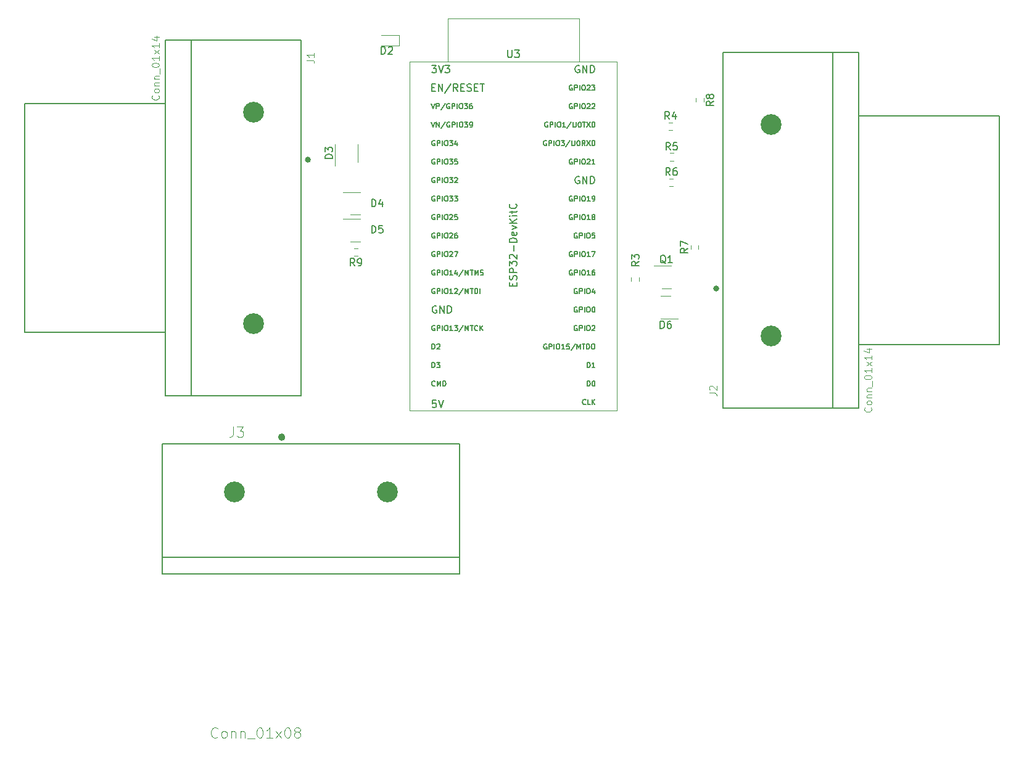
<source format=gbr>
%TF.GenerationSoftware,KiCad,Pcbnew,(6.0.1)*%
%TF.CreationDate,2022-11-29T11:46:24-05:00*%
%TF.ProjectId,Front Board,46726f6e-7420-4426-9f61-72642e6b6963,rev?*%
%TF.SameCoordinates,Original*%
%TF.FileFunction,Legend,Top*%
%TF.FilePolarity,Positive*%
%FSLAX46Y46*%
G04 Gerber Fmt 4.6, Leading zero omitted, Abs format (unit mm)*
G04 Created by KiCad (PCBNEW (6.0.1)) date 2022-11-29 11:46:24*
%MOMM*%
%LPD*%
G01*
G04 APERTURE LIST*
%ADD10C,0.150000*%
%ADD11C,0.050000*%
%ADD12C,0.120000*%
%ADD13C,0.127000*%
%ADD14C,0.500000*%
%ADD15C,0.400000*%
%ADD16C,2.850000*%
G04 APERTURE END LIST*
D10*
%TO.C,U3*%
X149538095Y-65482380D02*
X149538095Y-66291904D01*
X149585714Y-66387142D01*
X149633333Y-66434761D01*
X149728571Y-66482380D01*
X149919047Y-66482380D01*
X150014285Y-66434761D01*
X150061904Y-66387142D01*
X150109523Y-66291904D01*
X150109523Y-65482380D01*
X150490476Y-65482380D02*
X151109523Y-65482380D01*
X150776190Y-65863333D01*
X150919047Y-65863333D01*
X151014285Y-65910952D01*
X151061904Y-65958571D01*
X151109523Y-66053809D01*
X151109523Y-66291904D01*
X151061904Y-66387142D01*
X151014285Y-66434761D01*
X150919047Y-66482380D01*
X150633333Y-66482380D01*
X150538095Y-66434761D01*
X150490476Y-66387142D01*
X150228571Y-97855238D02*
X150228571Y-97521904D01*
X150752380Y-97379047D02*
X150752380Y-97855238D01*
X149752380Y-97855238D01*
X149752380Y-97379047D01*
X150704761Y-96998095D02*
X150752380Y-96855238D01*
X150752380Y-96617142D01*
X150704761Y-96521904D01*
X150657142Y-96474285D01*
X150561904Y-96426666D01*
X150466666Y-96426666D01*
X150371428Y-96474285D01*
X150323809Y-96521904D01*
X150276190Y-96617142D01*
X150228571Y-96807619D01*
X150180952Y-96902857D01*
X150133333Y-96950476D01*
X150038095Y-96998095D01*
X149942857Y-96998095D01*
X149847619Y-96950476D01*
X149800000Y-96902857D01*
X149752380Y-96807619D01*
X149752380Y-96569523D01*
X149800000Y-96426666D01*
X150752380Y-95998095D02*
X149752380Y-95998095D01*
X149752380Y-95617142D01*
X149800000Y-95521904D01*
X149847619Y-95474285D01*
X149942857Y-95426666D01*
X150085714Y-95426666D01*
X150180952Y-95474285D01*
X150228571Y-95521904D01*
X150276190Y-95617142D01*
X150276190Y-95998095D01*
X149752380Y-95093333D02*
X149752380Y-94474285D01*
X150133333Y-94807619D01*
X150133333Y-94664761D01*
X150180952Y-94569523D01*
X150228571Y-94521904D01*
X150323809Y-94474285D01*
X150561904Y-94474285D01*
X150657142Y-94521904D01*
X150704761Y-94569523D01*
X150752380Y-94664761D01*
X150752380Y-94950476D01*
X150704761Y-95045714D01*
X150657142Y-95093333D01*
X149847619Y-94093333D02*
X149800000Y-94045714D01*
X149752380Y-93950476D01*
X149752380Y-93712380D01*
X149800000Y-93617142D01*
X149847619Y-93569523D01*
X149942857Y-93521904D01*
X150038095Y-93521904D01*
X150180952Y-93569523D01*
X150752380Y-94140952D01*
X150752380Y-93521904D01*
X150371428Y-93093333D02*
X150371428Y-92331428D01*
X150752380Y-91855238D02*
X149752380Y-91855238D01*
X149752380Y-91617142D01*
X149800000Y-91474285D01*
X149895238Y-91379047D01*
X149990476Y-91331428D01*
X150180952Y-91283809D01*
X150323809Y-91283809D01*
X150514285Y-91331428D01*
X150609523Y-91379047D01*
X150704761Y-91474285D01*
X150752380Y-91617142D01*
X150752380Y-91855238D01*
X150704761Y-90474285D02*
X150752380Y-90569523D01*
X150752380Y-90760000D01*
X150704761Y-90855238D01*
X150609523Y-90902857D01*
X150228571Y-90902857D01*
X150133333Y-90855238D01*
X150085714Y-90760000D01*
X150085714Y-90569523D01*
X150133333Y-90474285D01*
X150228571Y-90426666D01*
X150323809Y-90426666D01*
X150419047Y-90902857D01*
X150085714Y-90093333D02*
X150752380Y-89855238D01*
X150085714Y-89617142D01*
X150752380Y-89236190D02*
X149752380Y-89236190D01*
X150752380Y-88664761D02*
X150180952Y-89093333D01*
X149752380Y-88664761D02*
X150323809Y-89236190D01*
X150752380Y-88236190D02*
X150085714Y-88236190D01*
X149752380Y-88236190D02*
X149800000Y-88283809D01*
X149847619Y-88236190D01*
X149800000Y-88188571D01*
X149752380Y-88236190D01*
X149847619Y-88236190D01*
X150085714Y-87902857D02*
X150085714Y-87521904D01*
X149752380Y-87760000D02*
X150609523Y-87760000D01*
X150704761Y-87712380D01*
X150752380Y-87617142D01*
X150752380Y-87521904D01*
X150657142Y-86617142D02*
X150704761Y-86664761D01*
X150752380Y-86807619D01*
X150752380Y-86902857D01*
X150704761Y-87045714D01*
X150609523Y-87140952D01*
X150514285Y-87188571D01*
X150323809Y-87236190D01*
X150180952Y-87236190D01*
X149990476Y-87188571D01*
X149895238Y-87140952D01*
X149800000Y-87045714D01*
X149752380Y-86902857D01*
X149752380Y-86807619D01*
X149800000Y-86664761D01*
X149847619Y-86617142D01*
X139034166Y-75366666D02*
X139267500Y-76066666D01*
X139500833Y-75366666D01*
X139734166Y-76066666D02*
X139734166Y-75366666D01*
X140134166Y-76066666D01*
X140134166Y-75366666D01*
X140967500Y-75333333D02*
X140367500Y-76233333D01*
X141567500Y-75400000D02*
X141500833Y-75366666D01*
X141400833Y-75366666D01*
X141300833Y-75400000D01*
X141234166Y-75466666D01*
X141200833Y-75533333D01*
X141167500Y-75666666D01*
X141167500Y-75766666D01*
X141200833Y-75900000D01*
X141234166Y-75966666D01*
X141300833Y-76033333D01*
X141400833Y-76066666D01*
X141467500Y-76066666D01*
X141567500Y-76033333D01*
X141600833Y-76000000D01*
X141600833Y-75766666D01*
X141467500Y-75766666D01*
X141900833Y-76066666D02*
X141900833Y-75366666D01*
X142167500Y-75366666D01*
X142234166Y-75400000D01*
X142267500Y-75433333D01*
X142300833Y-75500000D01*
X142300833Y-75600000D01*
X142267500Y-75666666D01*
X142234166Y-75700000D01*
X142167500Y-75733333D01*
X141900833Y-75733333D01*
X142600833Y-76066666D02*
X142600833Y-75366666D01*
X143067500Y-75366666D02*
X143200833Y-75366666D01*
X143267500Y-75400000D01*
X143334166Y-75466666D01*
X143367500Y-75600000D01*
X143367500Y-75833333D01*
X143334166Y-75966666D01*
X143267500Y-76033333D01*
X143200833Y-76066666D01*
X143067500Y-76066666D01*
X143000833Y-76033333D01*
X142934166Y-75966666D01*
X142900833Y-75833333D01*
X142900833Y-75600000D01*
X142934166Y-75466666D01*
X143000833Y-75400000D01*
X143067500Y-75366666D01*
X143600833Y-75366666D02*
X144034166Y-75366666D01*
X143800833Y-75633333D01*
X143900833Y-75633333D01*
X143967500Y-75666666D01*
X144000833Y-75700000D01*
X144034166Y-75766666D01*
X144034166Y-75933333D01*
X144000833Y-76000000D01*
X143967500Y-76033333D01*
X143900833Y-76066666D01*
X143700833Y-76066666D01*
X143634166Y-76033333D01*
X143600833Y-76000000D01*
X144367500Y-76066666D02*
X144500833Y-76066666D01*
X144567500Y-76033333D01*
X144600833Y-76000000D01*
X144667500Y-75900000D01*
X144700833Y-75766666D01*
X144700833Y-75500000D01*
X144667500Y-75433333D01*
X144634166Y-75400000D01*
X144567500Y-75366666D01*
X144434166Y-75366666D01*
X144367500Y-75400000D01*
X144334166Y-75433333D01*
X144300833Y-75500000D01*
X144300833Y-75666666D01*
X144334166Y-75733333D01*
X144367500Y-75766666D01*
X144434166Y-75800000D01*
X144567500Y-75800000D01*
X144634166Y-75766666D01*
X144667500Y-75733333D01*
X144700833Y-75666666D01*
X139534166Y-111560000D02*
X139500833Y-111593333D01*
X139400833Y-111626666D01*
X139334166Y-111626666D01*
X139234166Y-111593333D01*
X139167500Y-111526666D01*
X139134166Y-111460000D01*
X139100833Y-111326666D01*
X139100833Y-111226666D01*
X139134166Y-111093333D01*
X139167500Y-111026666D01*
X139234166Y-110960000D01*
X139334166Y-110926666D01*
X139400833Y-110926666D01*
X139500833Y-110960000D01*
X139534166Y-110993333D01*
X139834166Y-111626666D02*
X139834166Y-110926666D01*
X140067500Y-111426666D01*
X140300833Y-110926666D01*
X140300833Y-111626666D01*
X140634166Y-111626666D02*
X140634166Y-110926666D01*
X140800833Y-110926666D01*
X140900833Y-110960000D01*
X140967500Y-111026666D01*
X141000833Y-111093333D01*
X141034166Y-111226666D01*
X141034166Y-111326666D01*
X141000833Y-111460000D01*
X140967500Y-111526666D01*
X140900833Y-111593333D01*
X140800833Y-111626666D01*
X140634166Y-111626666D01*
X158365833Y-93180000D02*
X158299166Y-93146666D01*
X158199166Y-93146666D01*
X158099166Y-93180000D01*
X158032500Y-93246666D01*
X157999166Y-93313333D01*
X157965833Y-93446666D01*
X157965833Y-93546666D01*
X157999166Y-93680000D01*
X158032500Y-93746666D01*
X158099166Y-93813333D01*
X158199166Y-93846666D01*
X158265833Y-93846666D01*
X158365833Y-93813333D01*
X158399166Y-93780000D01*
X158399166Y-93546666D01*
X158265833Y-93546666D01*
X158699166Y-93846666D02*
X158699166Y-93146666D01*
X158965833Y-93146666D01*
X159032500Y-93180000D01*
X159065833Y-93213333D01*
X159099166Y-93280000D01*
X159099166Y-93380000D01*
X159065833Y-93446666D01*
X159032500Y-93480000D01*
X158965833Y-93513333D01*
X158699166Y-93513333D01*
X159399166Y-93846666D02*
X159399166Y-93146666D01*
X159865833Y-93146666D02*
X159999166Y-93146666D01*
X160065833Y-93180000D01*
X160132500Y-93246666D01*
X160165833Y-93380000D01*
X160165833Y-93613333D01*
X160132500Y-93746666D01*
X160065833Y-93813333D01*
X159999166Y-93846666D01*
X159865833Y-93846666D01*
X159799166Y-93813333D01*
X159732500Y-93746666D01*
X159699166Y-93613333D01*
X159699166Y-93380000D01*
X159732500Y-93246666D01*
X159799166Y-93180000D01*
X159865833Y-93146666D01*
X160832500Y-93846666D02*
X160432500Y-93846666D01*
X160632500Y-93846666D02*
X160632500Y-93146666D01*
X160565833Y-93246666D01*
X160499166Y-93313333D01*
X160432500Y-93346666D01*
X161065833Y-93146666D02*
X161532500Y-93146666D01*
X161232500Y-93846666D01*
X139500833Y-77940000D02*
X139434166Y-77906666D01*
X139334166Y-77906666D01*
X139234166Y-77940000D01*
X139167500Y-78006666D01*
X139134166Y-78073333D01*
X139100833Y-78206666D01*
X139100833Y-78306666D01*
X139134166Y-78440000D01*
X139167500Y-78506666D01*
X139234166Y-78573333D01*
X139334166Y-78606666D01*
X139400833Y-78606666D01*
X139500833Y-78573333D01*
X139534166Y-78540000D01*
X139534166Y-78306666D01*
X139400833Y-78306666D01*
X139834166Y-78606666D02*
X139834166Y-77906666D01*
X140100833Y-77906666D01*
X140167500Y-77940000D01*
X140200833Y-77973333D01*
X140234166Y-78040000D01*
X140234166Y-78140000D01*
X140200833Y-78206666D01*
X140167500Y-78240000D01*
X140100833Y-78273333D01*
X139834166Y-78273333D01*
X140534166Y-78606666D02*
X140534166Y-77906666D01*
X141000833Y-77906666D02*
X141134166Y-77906666D01*
X141200833Y-77940000D01*
X141267500Y-78006666D01*
X141300833Y-78140000D01*
X141300833Y-78373333D01*
X141267500Y-78506666D01*
X141200833Y-78573333D01*
X141134166Y-78606666D01*
X141000833Y-78606666D01*
X140934166Y-78573333D01*
X140867500Y-78506666D01*
X140834166Y-78373333D01*
X140834166Y-78140000D01*
X140867500Y-78006666D01*
X140934166Y-77940000D01*
X141000833Y-77906666D01*
X141534166Y-77906666D02*
X141967500Y-77906666D01*
X141734166Y-78173333D01*
X141834166Y-78173333D01*
X141900833Y-78206666D01*
X141934166Y-78240000D01*
X141967500Y-78306666D01*
X141967500Y-78473333D01*
X141934166Y-78540000D01*
X141900833Y-78573333D01*
X141834166Y-78606666D01*
X141634166Y-78606666D01*
X141567500Y-78573333D01*
X141534166Y-78540000D01*
X142567500Y-78140000D02*
X142567500Y-78606666D01*
X142400833Y-77873333D02*
X142234166Y-78373333D01*
X142667500Y-78373333D01*
X158365833Y-95720000D02*
X158299166Y-95686666D01*
X158199166Y-95686666D01*
X158099166Y-95720000D01*
X158032500Y-95786666D01*
X157999166Y-95853333D01*
X157965833Y-95986666D01*
X157965833Y-96086666D01*
X157999166Y-96220000D01*
X158032500Y-96286666D01*
X158099166Y-96353333D01*
X158199166Y-96386666D01*
X158265833Y-96386666D01*
X158365833Y-96353333D01*
X158399166Y-96320000D01*
X158399166Y-96086666D01*
X158265833Y-96086666D01*
X158699166Y-96386666D02*
X158699166Y-95686666D01*
X158965833Y-95686666D01*
X159032500Y-95720000D01*
X159065833Y-95753333D01*
X159099166Y-95820000D01*
X159099166Y-95920000D01*
X159065833Y-95986666D01*
X159032500Y-96020000D01*
X158965833Y-96053333D01*
X158699166Y-96053333D01*
X159399166Y-96386666D02*
X159399166Y-95686666D01*
X159865833Y-95686666D02*
X159999166Y-95686666D01*
X160065833Y-95720000D01*
X160132500Y-95786666D01*
X160165833Y-95920000D01*
X160165833Y-96153333D01*
X160132500Y-96286666D01*
X160065833Y-96353333D01*
X159999166Y-96386666D01*
X159865833Y-96386666D01*
X159799166Y-96353333D01*
X159732500Y-96286666D01*
X159699166Y-96153333D01*
X159699166Y-95920000D01*
X159732500Y-95786666D01*
X159799166Y-95720000D01*
X159865833Y-95686666D01*
X160832500Y-96386666D02*
X160432500Y-96386666D01*
X160632500Y-96386666D02*
X160632500Y-95686666D01*
X160565833Y-95786666D01*
X160499166Y-95853333D01*
X160432500Y-95886666D01*
X161432500Y-95686666D02*
X161299166Y-95686666D01*
X161232500Y-95720000D01*
X161199166Y-95753333D01*
X161132500Y-95853333D01*
X161099166Y-95986666D01*
X161099166Y-96253333D01*
X161132500Y-96320000D01*
X161165833Y-96353333D01*
X161232500Y-96386666D01*
X161365833Y-96386666D01*
X161432500Y-96353333D01*
X161465833Y-96320000D01*
X161499166Y-96253333D01*
X161499166Y-96086666D01*
X161465833Y-96020000D01*
X161432500Y-95986666D01*
X161365833Y-95953333D01*
X161232500Y-95953333D01*
X161165833Y-95986666D01*
X161132500Y-96020000D01*
X161099166Y-96086666D01*
X139103105Y-70595851D02*
X139436439Y-70595851D01*
X139579296Y-71119660D02*
X139103105Y-71119660D01*
X139103105Y-70119660D01*
X139579296Y-70119660D01*
X140007867Y-71119660D02*
X140007867Y-70119660D01*
X140579296Y-71119660D01*
X140579296Y-70119660D01*
X141769772Y-70072041D02*
X140912629Y-71357756D01*
X142674534Y-71119660D02*
X142341200Y-70643470D01*
X142103105Y-71119660D02*
X142103105Y-70119660D01*
X142484058Y-70119660D01*
X142579296Y-70167280D01*
X142626915Y-70214899D01*
X142674534Y-70310137D01*
X142674534Y-70452994D01*
X142626915Y-70548232D01*
X142579296Y-70595851D01*
X142484058Y-70643470D01*
X142103105Y-70643470D01*
X143103105Y-70595851D02*
X143436439Y-70595851D01*
X143579296Y-71119660D02*
X143103105Y-71119660D01*
X143103105Y-70119660D01*
X143579296Y-70119660D01*
X143960248Y-71072041D02*
X144103105Y-71119660D01*
X144341200Y-71119660D01*
X144436439Y-71072041D01*
X144484058Y-71024422D01*
X144531677Y-70929184D01*
X144531677Y-70833946D01*
X144484058Y-70738708D01*
X144436439Y-70691089D01*
X144341200Y-70643470D01*
X144150724Y-70595851D01*
X144055486Y-70548232D01*
X144007867Y-70500613D01*
X143960248Y-70405375D01*
X143960248Y-70310137D01*
X144007867Y-70214899D01*
X144055486Y-70167280D01*
X144150724Y-70119660D01*
X144388820Y-70119660D01*
X144531677Y-70167280D01*
X144960248Y-70595851D02*
X145293581Y-70595851D01*
X145436439Y-71119660D02*
X144960248Y-71119660D01*
X144960248Y-70119660D01*
X145436439Y-70119660D01*
X145722153Y-70119660D02*
X146293581Y-70119660D01*
X146007867Y-71119660D02*
X146007867Y-70119660D01*
X159346785Y-82870000D02*
X159251547Y-82822380D01*
X159108690Y-82822380D01*
X158965833Y-82870000D01*
X158870595Y-82965238D01*
X158822976Y-83060476D01*
X158775357Y-83250952D01*
X158775357Y-83393809D01*
X158822976Y-83584285D01*
X158870595Y-83679523D01*
X158965833Y-83774761D01*
X159108690Y-83822380D01*
X159203928Y-83822380D01*
X159346785Y-83774761D01*
X159394404Y-83727142D01*
X159394404Y-83393809D01*
X159203928Y-83393809D01*
X159822976Y-83822380D02*
X159822976Y-82822380D01*
X160394404Y-83822380D01*
X160394404Y-82822380D01*
X160870595Y-83822380D02*
X160870595Y-82822380D01*
X161108690Y-82822380D01*
X161251547Y-82870000D01*
X161346785Y-82965238D01*
X161394404Y-83060476D01*
X161442023Y-83250952D01*
X161442023Y-83393809D01*
X161394404Y-83584285D01*
X161346785Y-83679523D01*
X161251547Y-83774761D01*
X161108690Y-83822380D01*
X160870595Y-83822380D01*
X139500833Y-83020000D02*
X139434166Y-82986666D01*
X139334166Y-82986666D01*
X139234166Y-83020000D01*
X139167500Y-83086666D01*
X139134166Y-83153333D01*
X139100833Y-83286666D01*
X139100833Y-83386666D01*
X139134166Y-83520000D01*
X139167500Y-83586666D01*
X139234166Y-83653333D01*
X139334166Y-83686666D01*
X139400833Y-83686666D01*
X139500833Y-83653333D01*
X139534166Y-83620000D01*
X139534166Y-83386666D01*
X139400833Y-83386666D01*
X139834166Y-83686666D02*
X139834166Y-82986666D01*
X140100833Y-82986666D01*
X140167500Y-83020000D01*
X140200833Y-83053333D01*
X140234166Y-83120000D01*
X140234166Y-83220000D01*
X140200833Y-83286666D01*
X140167500Y-83320000D01*
X140100833Y-83353333D01*
X139834166Y-83353333D01*
X140534166Y-83686666D02*
X140534166Y-82986666D01*
X141000833Y-82986666D02*
X141134166Y-82986666D01*
X141200833Y-83020000D01*
X141267500Y-83086666D01*
X141300833Y-83220000D01*
X141300833Y-83453333D01*
X141267500Y-83586666D01*
X141200833Y-83653333D01*
X141134166Y-83686666D01*
X141000833Y-83686666D01*
X140934166Y-83653333D01*
X140867500Y-83586666D01*
X140834166Y-83453333D01*
X140834166Y-83220000D01*
X140867500Y-83086666D01*
X140934166Y-83020000D01*
X141000833Y-82986666D01*
X141534166Y-82986666D02*
X141967500Y-82986666D01*
X141734166Y-83253333D01*
X141834166Y-83253333D01*
X141900833Y-83286666D01*
X141934166Y-83320000D01*
X141967500Y-83386666D01*
X141967500Y-83553333D01*
X141934166Y-83620000D01*
X141900833Y-83653333D01*
X141834166Y-83686666D01*
X141634166Y-83686666D01*
X141567500Y-83653333D01*
X141534166Y-83620000D01*
X142234166Y-83053333D02*
X142267500Y-83020000D01*
X142334166Y-82986666D01*
X142500833Y-82986666D01*
X142567500Y-83020000D01*
X142600833Y-83053333D01*
X142634166Y-83120000D01*
X142634166Y-83186666D01*
X142600833Y-83286666D01*
X142200833Y-83686666D01*
X142634166Y-83686666D01*
X158365833Y-88100000D02*
X158299166Y-88066666D01*
X158199166Y-88066666D01*
X158099166Y-88100000D01*
X158032500Y-88166666D01*
X157999166Y-88233333D01*
X157965833Y-88366666D01*
X157965833Y-88466666D01*
X157999166Y-88600000D01*
X158032500Y-88666666D01*
X158099166Y-88733333D01*
X158199166Y-88766666D01*
X158265833Y-88766666D01*
X158365833Y-88733333D01*
X158399166Y-88700000D01*
X158399166Y-88466666D01*
X158265833Y-88466666D01*
X158699166Y-88766666D02*
X158699166Y-88066666D01*
X158965833Y-88066666D01*
X159032500Y-88100000D01*
X159065833Y-88133333D01*
X159099166Y-88200000D01*
X159099166Y-88300000D01*
X159065833Y-88366666D01*
X159032500Y-88400000D01*
X158965833Y-88433333D01*
X158699166Y-88433333D01*
X159399166Y-88766666D02*
X159399166Y-88066666D01*
X159865833Y-88066666D02*
X159999166Y-88066666D01*
X160065833Y-88100000D01*
X160132500Y-88166666D01*
X160165833Y-88300000D01*
X160165833Y-88533333D01*
X160132500Y-88666666D01*
X160065833Y-88733333D01*
X159999166Y-88766666D01*
X159865833Y-88766666D01*
X159799166Y-88733333D01*
X159732500Y-88666666D01*
X159699166Y-88533333D01*
X159699166Y-88300000D01*
X159732500Y-88166666D01*
X159799166Y-88100000D01*
X159865833Y-88066666D01*
X160832500Y-88766666D02*
X160432500Y-88766666D01*
X160632500Y-88766666D02*
X160632500Y-88066666D01*
X160565833Y-88166666D01*
X160499166Y-88233333D01*
X160432500Y-88266666D01*
X161232500Y-88366666D02*
X161165833Y-88333333D01*
X161132500Y-88300000D01*
X161099166Y-88233333D01*
X161099166Y-88200000D01*
X161132500Y-88133333D01*
X161165833Y-88100000D01*
X161232500Y-88066666D01*
X161365833Y-88066666D01*
X161432500Y-88100000D01*
X161465833Y-88133333D01*
X161499166Y-88200000D01*
X161499166Y-88233333D01*
X161465833Y-88300000D01*
X161432500Y-88333333D01*
X161365833Y-88366666D01*
X161232500Y-88366666D01*
X161165833Y-88400000D01*
X161132500Y-88433333D01*
X161099166Y-88500000D01*
X161099166Y-88633333D01*
X161132500Y-88700000D01*
X161165833Y-88733333D01*
X161232500Y-88766666D01*
X161365833Y-88766666D01*
X161432500Y-88733333D01*
X161465833Y-88700000D01*
X161499166Y-88633333D01*
X161499166Y-88500000D01*
X161465833Y-88433333D01*
X161432500Y-88400000D01*
X161365833Y-88366666D01*
X159346785Y-67630000D02*
X159251547Y-67582380D01*
X159108690Y-67582380D01*
X158965833Y-67630000D01*
X158870595Y-67725238D01*
X158822976Y-67820476D01*
X158775357Y-68010952D01*
X158775357Y-68153809D01*
X158822976Y-68344285D01*
X158870595Y-68439523D01*
X158965833Y-68534761D01*
X159108690Y-68582380D01*
X159203928Y-68582380D01*
X159346785Y-68534761D01*
X159394404Y-68487142D01*
X159394404Y-68153809D01*
X159203928Y-68153809D01*
X159822976Y-68582380D02*
X159822976Y-67582380D01*
X160394404Y-68582380D01*
X160394404Y-67582380D01*
X160870595Y-68582380D02*
X160870595Y-67582380D01*
X161108690Y-67582380D01*
X161251547Y-67630000D01*
X161346785Y-67725238D01*
X161394404Y-67820476D01*
X161442023Y-68010952D01*
X161442023Y-68153809D01*
X161394404Y-68344285D01*
X161346785Y-68439523D01*
X161251547Y-68534761D01*
X161108690Y-68582380D01*
X160870595Y-68582380D01*
X139500833Y-85560000D02*
X139434166Y-85526666D01*
X139334166Y-85526666D01*
X139234166Y-85560000D01*
X139167500Y-85626666D01*
X139134166Y-85693333D01*
X139100833Y-85826666D01*
X139100833Y-85926666D01*
X139134166Y-86060000D01*
X139167500Y-86126666D01*
X139234166Y-86193333D01*
X139334166Y-86226666D01*
X139400833Y-86226666D01*
X139500833Y-86193333D01*
X139534166Y-86160000D01*
X139534166Y-85926666D01*
X139400833Y-85926666D01*
X139834166Y-86226666D02*
X139834166Y-85526666D01*
X140100833Y-85526666D01*
X140167500Y-85560000D01*
X140200833Y-85593333D01*
X140234166Y-85660000D01*
X140234166Y-85760000D01*
X140200833Y-85826666D01*
X140167500Y-85860000D01*
X140100833Y-85893333D01*
X139834166Y-85893333D01*
X140534166Y-86226666D02*
X140534166Y-85526666D01*
X141000833Y-85526666D02*
X141134166Y-85526666D01*
X141200833Y-85560000D01*
X141267500Y-85626666D01*
X141300833Y-85760000D01*
X141300833Y-85993333D01*
X141267500Y-86126666D01*
X141200833Y-86193333D01*
X141134166Y-86226666D01*
X141000833Y-86226666D01*
X140934166Y-86193333D01*
X140867500Y-86126666D01*
X140834166Y-85993333D01*
X140834166Y-85760000D01*
X140867500Y-85626666D01*
X140934166Y-85560000D01*
X141000833Y-85526666D01*
X141534166Y-85526666D02*
X141967500Y-85526666D01*
X141734166Y-85793333D01*
X141834166Y-85793333D01*
X141900833Y-85826666D01*
X141934166Y-85860000D01*
X141967500Y-85926666D01*
X141967500Y-86093333D01*
X141934166Y-86160000D01*
X141900833Y-86193333D01*
X141834166Y-86226666D01*
X141634166Y-86226666D01*
X141567500Y-86193333D01*
X141534166Y-86160000D01*
X142200833Y-85526666D02*
X142634166Y-85526666D01*
X142400833Y-85793333D01*
X142500833Y-85793333D01*
X142567500Y-85826666D01*
X142600833Y-85860000D01*
X142634166Y-85926666D01*
X142634166Y-86093333D01*
X142600833Y-86160000D01*
X142567500Y-86193333D01*
X142500833Y-86226666D01*
X142300833Y-86226666D01*
X142234166Y-86193333D01*
X142200833Y-86160000D01*
X159032500Y-90640000D02*
X158965833Y-90606666D01*
X158865833Y-90606666D01*
X158765833Y-90640000D01*
X158699166Y-90706666D01*
X158665833Y-90773333D01*
X158632500Y-90906666D01*
X158632500Y-91006666D01*
X158665833Y-91140000D01*
X158699166Y-91206666D01*
X158765833Y-91273333D01*
X158865833Y-91306666D01*
X158932500Y-91306666D01*
X159032500Y-91273333D01*
X159065833Y-91240000D01*
X159065833Y-91006666D01*
X158932500Y-91006666D01*
X159365833Y-91306666D02*
X159365833Y-90606666D01*
X159632500Y-90606666D01*
X159699166Y-90640000D01*
X159732500Y-90673333D01*
X159765833Y-90740000D01*
X159765833Y-90840000D01*
X159732500Y-90906666D01*
X159699166Y-90940000D01*
X159632500Y-90973333D01*
X159365833Y-90973333D01*
X160065833Y-91306666D02*
X160065833Y-90606666D01*
X160532500Y-90606666D02*
X160665833Y-90606666D01*
X160732500Y-90640000D01*
X160799166Y-90706666D01*
X160832500Y-90840000D01*
X160832500Y-91073333D01*
X160799166Y-91206666D01*
X160732500Y-91273333D01*
X160665833Y-91306666D01*
X160532500Y-91306666D01*
X160465833Y-91273333D01*
X160399166Y-91206666D01*
X160365833Y-91073333D01*
X160365833Y-90840000D01*
X160399166Y-90706666D01*
X160465833Y-90640000D01*
X160532500Y-90606666D01*
X161465833Y-90606666D02*
X161132500Y-90606666D01*
X161099166Y-90940000D01*
X161132500Y-90906666D01*
X161199166Y-90873333D01*
X161365833Y-90873333D01*
X161432500Y-90906666D01*
X161465833Y-90940000D01*
X161499166Y-91006666D01*
X161499166Y-91173333D01*
X161465833Y-91240000D01*
X161432500Y-91273333D01*
X161365833Y-91306666D01*
X161199166Y-91306666D01*
X161132500Y-91273333D01*
X161099166Y-91240000D01*
X139500833Y-103340000D02*
X139434166Y-103306666D01*
X139334166Y-103306666D01*
X139234166Y-103340000D01*
X139167500Y-103406666D01*
X139134166Y-103473333D01*
X139100833Y-103606666D01*
X139100833Y-103706666D01*
X139134166Y-103840000D01*
X139167500Y-103906666D01*
X139234166Y-103973333D01*
X139334166Y-104006666D01*
X139400833Y-104006666D01*
X139500833Y-103973333D01*
X139534166Y-103940000D01*
X139534166Y-103706666D01*
X139400833Y-103706666D01*
X139834166Y-104006666D02*
X139834166Y-103306666D01*
X140100833Y-103306666D01*
X140167500Y-103340000D01*
X140200833Y-103373333D01*
X140234166Y-103440000D01*
X140234166Y-103540000D01*
X140200833Y-103606666D01*
X140167500Y-103640000D01*
X140100833Y-103673333D01*
X139834166Y-103673333D01*
X140534166Y-104006666D02*
X140534166Y-103306666D01*
X141000833Y-103306666D02*
X141134166Y-103306666D01*
X141200833Y-103340000D01*
X141267500Y-103406666D01*
X141300833Y-103540000D01*
X141300833Y-103773333D01*
X141267500Y-103906666D01*
X141200833Y-103973333D01*
X141134166Y-104006666D01*
X141000833Y-104006666D01*
X140934166Y-103973333D01*
X140867500Y-103906666D01*
X140834166Y-103773333D01*
X140834166Y-103540000D01*
X140867500Y-103406666D01*
X140934166Y-103340000D01*
X141000833Y-103306666D01*
X141967500Y-104006666D02*
X141567500Y-104006666D01*
X141767500Y-104006666D02*
X141767500Y-103306666D01*
X141700833Y-103406666D01*
X141634166Y-103473333D01*
X141567500Y-103506666D01*
X142200833Y-103306666D02*
X142634166Y-103306666D01*
X142400833Y-103573333D01*
X142500833Y-103573333D01*
X142567500Y-103606666D01*
X142600833Y-103640000D01*
X142634166Y-103706666D01*
X142634166Y-103873333D01*
X142600833Y-103940000D01*
X142567500Y-103973333D01*
X142500833Y-104006666D01*
X142300833Y-104006666D01*
X142234166Y-103973333D01*
X142200833Y-103940000D01*
X143434166Y-103273333D02*
X142834166Y-104173333D01*
X143667500Y-104006666D02*
X143667500Y-103306666D01*
X143900833Y-103806666D01*
X144134166Y-103306666D01*
X144134166Y-104006666D01*
X144367500Y-103306666D02*
X144767500Y-103306666D01*
X144567500Y-104006666D02*
X144567500Y-103306666D01*
X145400833Y-103940000D02*
X145367500Y-103973333D01*
X145267500Y-104006666D01*
X145200833Y-104006666D01*
X145100833Y-103973333D01*
X145034166Y-103906666D01*
X145000833Y-103840000D01*
X144967500Y-103706666D01*
X144967500Y-103606666D01*
X145000833Y-103473333D01*
X145034166Y-103406666D01*
X145100833Y-103340000D01*
X145200833Y-103306666D01*
X145267500Y-103306666D01*
X145367500Y-103340000D01*
X145400833Y-103373333D01*
X145700833Y-104006666D02*
X145700833Y-103306666D01*
X146100833Y-104006666D02*
X145800833Y-103606666D01*
X146100833Y-103306666D02*
X145700833Y-103706666D01*
X139134166Y-109086666D02*
X139134166Y-108386666D01*
X139300833Y-108386666D01*
X139400833Y-108420000D01*
X139467500Y-108486666D01*
X139500833Y-108553333D01*
X139534166Y-108686666D01*
X139534166Y-108786666D01*
X139500833Y-108920000D01*
X139467500Y-108986666D01*
X139400833Y-109053333D01*
X139300833Y-109086666D01*
X139134166Y-109086666D01*
X139767500Y-108386666D02*
X140200833Y-108386666D01*
X139967500Y-108653333D01*
X140067500Y-108653333D01*
X140134166Y-108686666D01*
X140167500Y-108720000D01*
X140200833Y-108786666D01*
X140200833Y-108953333D01*
X140167500Y-109020000D01*
X140134166Y-109053333D01*
X140067500Y-109086666D01*
X139867500Y-109086666D01*
X139800833Y-109053333D01*
X139767500Y-109020000D01*
X158365833Y-85560000D02*
X158299166Y-85526666D01*
X158199166Y-85526666D01*
X158099166Y-85560000D01*
X158032500Y-85626666D01*
X157999166Y-85693333D01*
X157965833Y-85826666D01*
X157965833Y-85926666D01*
X157999166Y-86060000D01*
X158032500Y-86126666D01*
X158099166Y-86193333D01*
X158199166Y-86226666D01*
X158265833Y-86226666D01*
X158365833Y-86193333D01*
X158399166Y-86160000D01*
X158399166Y-85926666D01*
X158265833Y-85926666D01*
X158699166Y-86226666D02*
X158699166Y-85526666D01*
X158965833Y-85526666D01*
X159032500Y-85560000D01*
X159065833Y-85593333D01*
X159099166Y-85660000D01*
X159099166Y-85760000D01*
X159065833Y-85826666D01*
X159032500Y-85860000D01*
X158965833Y-85893333D01*
X158699166Y-85893333D01*
X159399166Y-86226666D02*
X159399166Y-85526666D01*
X159865833Y-85526666D02*
X159999166Y-85526666D01*
X160065833Y-85560000D01*
X160132500Y-85626666D01*
X160165833Y-85760000D01*
X160165833Y-85993333D01*
X160132500Y-86126666D01*
X160065833Y-86193333D01*
X159999166Y-86226666D01*
X159865833Y-86226666D01*
X159799166Y-86193333D01*
X159732500Y-86126666D01*
X159699166Y-85993333D01*
X159699166Y-85760000D01*
X159732500Y-85626666D01*
X159799166Y-85560000D01*
X159865833Y-85526666D01*
X160832500Y-86226666D02*
X160432500Y-86226666D01*
X160632500Y-86226666D02*
X160632500Y-85526666D01*
X160565833Y-85626666D01*
X160499166Y-85693333D01*
X160432500Y-85726666D01*
X161165833Y-86226666D02*
X161299166Y-86226666D01*
X161365833Y-86193333D01*
X161399166Y-86160000D01*
X161465833Y-86060000D01*
X161499166Y-85926666D01*
X161499166Y-85660000D01*
X161465833Y-85593333D01*
X161432500Y-85560000D01*
X161365833Y-85526666D01*
X161232500Y-85526666D01*
X161165833Y-85560000D01*
X161132500Y-85593333D01*
X161099166Y-85660000D01*
X161099166Y-85826666D01*
X161132500Y-85893333D01*
X161165833Y-85926666D01*
X161232500Y-85960000D01*
X161365833Y-85960000D01*
X161432500Y-85926666D01*
X161465833Y-85893333D01*
X161499166Y-85826666D01*
X160432500Y-111626666D02*
X160432500Y-110926666D01*
X160599166Y-110926666D01*
X160699166Y-110960000D01*
X160765833Y-111026666D01*
X160799166Y-111093333D01*
X160832500Y-111226666D01*
X160832500Y-111326666D01*
X160799166Y-111460000D01*
X160765833Y-111526666D01*
X160699166Y-111593333D01*
X160599166Y-111626666D01*
X160432500Y-111626666D01*
X161265833Y-110926666D02*
X161332500Y-110926666D01*
X161399166Y-110960000D01*
X161432500Y-110993333D01*
X161465833Y-111060000D01*
X161499166Y-111193333D01*
X161499166Y-111360000D01*
X161465833Y-111493333D01*
X161432500Y-111560000D01*
X161399166Y-111593333D01*
X161332500Y-111626666D01*
X161265833Y-111626666D01*
X161199166Y-111593333D01*
X161165833Y-111560000D01*
X161132500Y-111493333D01*
X161099166Y-111360000D01*
X161099166Y-111193333D01*
X161132500Y-111060000D01*
X161165833Y-110993333D01*
X161199166Y-110960000D01*
X161265833Y-110926666D01*
X158365833Y-80480000D02*
X158299166Y-80446666D01*
X158199166Y-80446666D01*
X158099166Y-80480000D01*
X158032500Y-80546666D01*
X157999166Y-80613333D01*
X157965833Y-80746666D01*
X157965833Y-80846666D01*
X157999166Y-80980000D01*
X158032500Y-81046666D01*
X158099166Y-81113333D01*
X158199166Y-81146666D01*
X158265833Y-81146666D01*
X158365833Y-81113333D01*
X158399166Y-81080000D01*
X158399166Y-80846666D01*
X158265833Y-80846666D01*
X158699166Y-81146666D02*
X158699166Y-80446666D01*
X158965833Y-80446666D01*
X159032500Y-80480000D01*
X159065833Y-80513333D01*
X159099166Y-80580000D01*
X159099166Y-80680000D01*
X159065833Y-80746666D01*
X159032500Y-80780000D01*
X158965833Y-80813333D01*
X158699166Y-80813333D01*
X159399166Y-81146666D02*
X159399166Y-80446666D01*
X159865833Y-80446666D02*
X159999166Y-80446666D01*
X160065833Y-80480000D01*
X160132500Y-80546666D01*
X160165833Y-80680000D01*
X160165833Y-80913333D01*
X160132500Y-81046666D01*
X160065833Y-81113333D01*
X159999166Y-81146666D01*
X159865833Y-81146666D01*
X159799166Y-81113333D01*
X159732500Y-81046666D01*
X159699166Y-80913333D01*
X159699166Y-80680000D01*
X159732500Y-80546666D01*
X159799166Y-80480000D01*
X159865833Y-80446666D01*
X160432500Y-80513333D02*
X160465833Y-80480000D01*
X160532500Y-80446666D01*
X160699166Y-80446666D01*
X160765833Y-80480000D01*
X160799166Y-80513333D01*
X160832500Y-80580000D01*
X160832500Y-80646666D01*
X160799166Y-80746666D01*
X160399166Y-81146666D01*
X160832500Y-81146666D01*
X161499166Y-81146666D02*
X161099166Y-81146666D01*
X161299166Y-81146666D02*
X161299166Y-80446666D01*
X161232500Y-80546666D01*
X161165833Y-80613333D01*
X161099166Y-80646666D01*
X139500833Y-90640000D02*
X139434166Y-90606666D01*
X139334166Y-90606666D01*
X139234166Y-90640000D01*
X139167500Y-90706666D01*
X139134166Y-90773333D01*
X139100833Y-90906666D01*
X139100833Y-91006666D01*
X139134166Y-91140000D01*
X139167500Y-91206666D01*
X139234166Y-91273333D01*
X139334166Y-91306666D01*
X139400833Y-91306666D01*
X139500833Y-91273333D01*
X139534166Y-91240000D01*
X139534166Y-91006666D01*
X139400833Y-91006666D01*
X139834166Y-91306666D02*
X139834166Y-90606666D01*
X140100833Y-90606666D01*
X140167500Y-90640000D01*
X140200833Y-90673333D01*
X140234166Y-90740000D01*
X140234166Y-90840000D01*
X140200833Y-90906666D01*
X140167500Y-90940000D01*
X140100833Y-90973333D01*
X139834166Y-90973333D01*
X140534166Y-91306666D02*
X140534166Y-90606666D01*
X141000833Y-90606666D02*
X141134166Y-90606666D01*
X141200833Y-90640000D01*
X141267500Y-90706666D01*
X141300833Y-90840000D01*
X141300833Y-91073333D01*
X141267500Y-91206666D01*
X141200833Y-91273333D01*
X141134166Y-91306666D01*
X141000833Y-91306666D01*
X140934166Y-91273333D01*
X140867500Y-91206666D01*
X140834166Y-91073333D01*
X140834166Y-90840000D01*
X140867500Y-90706666D01*
X140934166Y-90640000D01*
X141000833Y-90606666D01*
X141567500Y-90673333D02*
X141600833Y-90640000D01*
X141667500Y-90606666D01*
X141834166Y-90606666D01*
X141900833Y-90640000D01*
X141934166Y-90673333D01*
X141967500Y-90740000D01*
X141967500Y-90806666D01*
X141934166Y-90906666D01*
X141534166Y-91306666D01*
X141967500Y-91306666D01*
X142567500Y-90606666D02*
X142434166Y-90606666D01*
X142367500Y-90640000D01*
X142334166Y-90673333D01*
X142267500Y-90773333D01*
X142234166Y-90906666D01*
X142234166Y-91173333D01*
X142267500Y-91240000D01*
X142300833Y-91273333D01*
X142367500Y-91306666D01*
X142500833Y-91306666D01*
X142567500Y-91273333D01*
X142600833Y-91240000D01*
X142634166Y-91173333D01*
X142634166Y-91006666D01*
X142600833Y-90940000D01*
X142567500Y-90906666D01*
X142500833Y-90873333D01*
X142367500Y-90873333D01*
X142300833Y-90906666D01*
X142267500Y-90940000D01*
X142234166Y-91006666D01*
X159032500Y-103340000D02*
X158965833Y-103306666D01*
X158865833Y-103306666D01*
X158765833Y-103340000D01*
X158699166Y-103406666D01*
X158665833Y-103473333D01*
X158632500Y-103606666D01*
X158632500Y-103706666D01*
X158665833Y-103840000D01*
X158699166Y-103906666D01*
X158765833Y-103973333D01*
X158865833Y-104006666D01*
X158932500Y-104006666D01*
X159032500Y-103973333D01*
X159065833Y-103940000D01*
X159065833Y-103706666D01*
X158932500Y-103706666D01*
X159365833Y-104006666D02*
X159365833Y-103306666D01*
X159632500Y-103306666D01*
X159699166Y-103340000D01*
X159732500Y-103373333D01*
X159765833Y-103440000D01*
X159765833Y-103540000D01*
X159732500Y-103606666D01*
X159699166Y-103640000D01*
X159632500Y-103673333D01*
X159365833Y-103673333D01*
X160065833Y-104006666D02*
X160065833Y-103306666D01*
X160532500Y-103306666D02*
X160665833Y-103306666D01*
X160732500Y-103340000D01*
X160799166Y-103406666D01*
X160832500Y-103540000D01*
X160832500Y-103773333D01*
X160799166Y-103906666D01*
X160732500Y-103973333D01*
X160665833Y-104006666D01*
X160532500Y-104006666D01*
X160465833Y-103973333D01*
X160399166Y-103906666D01*
X160365833Y-103773333D01*
X160365833Y-103540000D01*
X160399166Y-103406666D01*
X160465833Y-103340000D01*
X160532500Y-103306666D01*
X161099166Y-103373333D02*
X161132500Y-103340000D01*
X161199166Y-103306666D01*
X161365833Y-103306666D01*
X161432500Y-103340000D01*
X161465833Y-103373333D01*
X161499166Y-103440000D01*
X161499166Y-103506666D01*
X161465833Y-103606666D01*
X161065833Y-104006666D01*
X161499166Y-104006666D01*
X160432500Y-109086666D02*
X160432500Y-108386666D01*
X160599166Y-108386666D01*
X160699166Y-108420000D01*
X160765833Y-108486666D01*
X160799166Y-108553333D01*
X160832500Y-108686666D01*
X160832500Y-108786666D01*
X160799166Y-108920000D01*
X160765833Y-108986666D01*
X160699166Y-109053333D01*
X160599166Y-109086666D01*
X160432500Y-109086666D01*
X161499166Y-109086666D02*
X161099166Y-109086666D01*
X161299166Y-109086666D02*
X161299166Y-108386666D01*
X161232500Y-108486666D01*
X161165833Y-108553333D01*
X161099166Y-108586666D01*
X139500833Y-80480000D02*
X139434166Y-80446666D01*
X139334166Y-80446666D01*
X139234166Y-80480000D01*
X139167500Y-80546666D01*
X139134166Y-80613333D01*
X139100833Y-80746666D01*
X139100833Y-80846666D01*
X139134166Y-80980000D01*
X139167500Y-81046666D01*
X139234166Y-81113333D01*
X139334166Y-81146666D01*
X139400833Y-81146666D01*
X139500833Y-81113333D01*
X139534166Y-81080000D01*
X139534166Y-80846666D01*
X139400833Y-80846666D01*
X139834166Y-81146666D02*
X139834166Y-80446666D01*
X140100833Y-80446666D01*
X140167500Y-80480000D01*
X140200833Y-80513333D01*
X140234166Y-80580000D01*
X140234166Y-80680000D01*
X140200833Y-80746666D01*
X140167500Y-80780000D01*
X140100833Y-80813333D01*
X139834166Y-80813333D01*
X140534166Y-81146666D02*
X140534166Y-80446666D01*
X141000833Y-80446666D02*
X141134166Y-80446666D01*
X141200833Y-80480000D01*
X141267500Y-80546666D01*
X141300833Y-80680000D01*
X141300833Y-80913333D01*
X141267500Y-81046666D01*
X141200833Y-81113333D01*
X141134166Y-81146666D01*
X141000833Y-81146666D01*
X140934166Y-81113333D01*
X140867500Y-81046666D01*
X140834166Y-80913333D01*
X140834166Y-80680000D01*
X140867500Y-80546666D01*
X140934166Y-80480000D01*
X141000833Y-80446666D01*
X141534166Y-80446666D02*
X141967500Y-80446666D01*
X141734166Y-80713333D01*
X141834166Y-80713333D01*
X141900833Y-80746666D01*
X141934166Y-80780000D01*
X141967500Y-80846666D01*
X141967500Y-81013333D01*
X141934166Y-81080000D01*
X141900833Y-81113333D01*
X141834166Y-81146666D01*
X141634166Y-81146666D01*
X141567500Y-81113333D01*
X141534166Y-81080000D01*
X142600833Y-80446666D02*
X142267500Y-80446666D01*
X142234166Y-80780000D01*
X142267500Y-80746666D01*
X142334166Y-80713333D01*
X142500833Y-80713333D01*
X142567500Y-80746666D01*
X142600833Y-80780000D01*
X142634166Y-80846666D01*
X142634166Y-81013333D01*
X142600833Y-81080000D01*
X142567500Y-81113333D01*
X142500833Y-81146666D01*
X142334166Y-81146666D01*
X142267500Y-81113333D01*
X142234166Y-81080000D01*
X154999166Y-75400000D02*
X154932500Y-75366666D01*
X154832500Y-75366666D01*
X154732500Y-75400000D01*
X154665833Y-75466666D01*
X154632500Y-75533333D01*
X154599166Y-75666666D01*
X154599166Y-75766666D01*
X154632500Y-75900000D01*
X154665833Y-75966666D01*
X154732500Y-76033333D01*
X154832500Y-76066666D01*
X154899166Y-76066666D01*
X154999166Y-76033333D01*
X155032500Y-76000000D01*
X155032500Y-75766666D01*
X154899166Y-75766666D01*
X155332500Y-76066666D02*
X155332500Y-75366666D01*
X155599166Y-75366666D01*
X155665833Y-75400000D01*
X155699166Y-75433333D01*
X155732500Y-75500000D01*
X155732500Y-75600000D01*
X155699166Y-75666666D01*
X155665833Y-75700000D01*
X155599166Y-75733333D01*
X155332500Y-75733333D01*
X156032500Y-76066666D02*
X156032500Y-75366666D01*
X156499166Y-75366666D02*
X156632500Y-75366666D01*
X156699166Y-75400000D01*
X156765833Y-75466666D01*
X156799166Y-75600000D01*
X156799166Y-75833333D01*
X156765833Y-75966666D01*
X156699166Y-76033333D01*
X156632500Y-76066666D01*
X156499166Y-76066666D01*
X156432500Y-76033333D01*
X156365833Y-75966666D01*
X156332500Y-75833333D01*
X156332500Y-75600000D01*
X156365833Y-75466666D01*
X156432500Y-75400000D01*
X156499166Y-75366666D01*
X157465833Y-76066666D02*
X157065833Y-76066666D01*
X157265833Y-76066666D02*
X157265833Y-75366666D01*
X157199166Y-75466666D01*
X157132500Y-75533333D01*
X157065833Y-75566666D01*
X158265833Y-75333333D02*
X157665833Y-76233333D01*
X158499166Y-75366666D02*
X158499166Y-75933333D01*
X158532500Y-76000000D01*
X158565833Y-76033333D01*
X158632500Y-76066666D01*
X158765833Y-76066666D01*
X158832500Y-76033333D01*
X158865833Y-76000000D01*
X158899166Y-75933333D01*
X158899166Y-75366666D01*
X159365833Y-75366666D02*
X159432500Y-75366666D01*
X159499166Y-75400000D01*
X159532500Y-75433333D01*
X159565833Y-75500000D01*
X159599166Y-75633333D01*
X159599166Y-75800000D01*
X159565833Y-75933333D01*
X159532500Y-76000000D01*
X159499166Y-76033333D01*
X159432500Y-76066666D01*
X159365833Y-76066666D01*
X159299166Y-76033333D01*
X159265833Y-76000000D01*
X159232500Y-75933333D01*
X159199166Y-75800000D01*
X159199166Y-75633333D01*
X159232500Y-75500000D01*
X159265833Y-75433333D01*
X159299166Y-75400000D01*
X159365833Y-75366666D01*
X159799166Y-75366666D02*
X160199166Y-75366666D01*
X159999166Y-76066666D02*
X159999166Y-75366666D01*
X160365833Y-75366666D02*
X160832500Y-76066666D01*
X160832500Y-75366666D02*
X160365833Y-76066666D01*
X161099166Y-76066666D02*
X161099166Y-75366666D01*
X161265833Y-75366666D01*
X161365833Y-75400000D01*
X161432500Y-75466666D01*
X161465833Y-75533333D01*
X161499166Y-75666666D01*
X161499166Y-75766666D01*
X161465833Y-75900000D01*
X161432500Y-75966666D01*
X161365833Y-76033333D01*
X161265833Y-76066666D01*
X161099166Y-76066666D01*
X139678105Y-113553660D02*
X139201915Y-113553660D01*
X139154296Y-114029851D01*
X139201915Y-113982232D01*
X139297153Y-113934613D01*
X139535248Y-113934613D01*
X139630486Y-113982232D01*
X139678105Y-114029851D01*
X139725724Y-114125089D01*
X139725724Y-114363184D01*
X139678105Y-114458422D01*
X139630486Y-114506041D01*
X139535248Y-114553660D01*
X139297153Y-114553660D01*
X139201915Y-114506041D01*
X139154296Y-114458422D01*
X140011439Y-113553660D02*
X140344772Y-114553660D01*
X140678105Y-113553660D01*
X139500833Y-93180000D02*
X139434166Y-93146666D01*
X139334166Y-93146666D01*
X139234166Y-93180000D01*
X139167500Y-93246666D01*
X139134166Y-93313333D01*
X139100833Y-93446666D01*
X139100833Y-93546666D01*
X139134166Y-93680000D01*
X139167500Y-93746666D01*
X139234166Y-93813333D01*
X139334166Y-93846666D01*
X139400833Y-93846666D01*
X139500833Y-93813333D01*
X139534166Y-93780000D01*
X139534166Y-93546666D01*
X139400833Y-93546666D01*
X139834166Y-93846666D02*
X139834166Y-93146666D01*
X140100833Y-93146666D01*
X140167500Y-93180000D01*
X140200833Y-93213333D01*
X140234166Y-93280000D01*
X140234166Y-93380000D01*
X140200833Y-93446666D01*
X140167500Y-93480000D01*
X140100833Y-93513333D01*
X139834166Y-93513333D01*
X140534166Y-93846666D02*
X140534166Y-93146666D01*
X141000833Y-93146666D02*
X141134166Y-93146666D01*
X141200833Y-93180000D01*
X141267500Y-93246666D01*
X141300833Y-93380000D01*
X141300833Y-93613333D01*
X141267500Y-93746666D01*
X141200833Y-93813333D01*
X141134166Y-93846666D01*
X141000833Y-93846666D01*
X140934166Y-93813333D01*
X140867500Y-93746666D01*
X140834166Y-93613333D01*
X140834166Y-93380000D01*
X140867500Y-93246666D01*
X140934166Y-93180000D01*
X141000833Y-93146666D01*
X141567500Y-93213333D02*
X141600833Y-93180000D01*
X141667500Y-93146666D01*
X141834166Y-93146666D01*
X141900833Y-93180000D01*
X141934166Y-93213333D01*
X141967500Y-93280000D01*
X141967500Y-93346666D01*
X141934166Y-93446666D01*
X141534166Y-93846666D01*
X141967500Y-93846666D01*
X142200833Y-93146666D02*
X142667500Y-93146666D01*
X142367500Y-93846666D01*
X158365833Y-70320000D02*
X158299166Y-70286666D01*
X158199166Y-70286666D01*
X158099166Y-70320000D01*
X158032500Y-70386666D01*
X157999166Y-70453333D01*
X157965833Y-70586666D01*
X157965833Y-70686666D01*
X157999166Y-70820000D01*
X158032500Y-70886666D01*
X158099166Y-70953333D01*
X158199166Y-70986666D01*
X158265833Y-70986666D01*
X158365833Y-70953333D01*
X158399166Y-70920000D01*
X158399166Y-70686666D01*
X158265833Y-70686666D01*
X158699166Y-70986666D02*
X158699166Y-70286666D01*
X158965833Y-70286666D01*
X159032500Y-70320000D01*
X159065833Y-70353333D01*
X159099166Y-70420000D01*
X159099166Y-70520000D01*
X159065833Y-70586666D01*
X159032500Y-70620000D01*
X158965833Y-70653333D01*
X158699166Y-70653333D01*
X159399166Y-70986666D02*
X159399166Y-70286666D01*
X159865833Y-70286666D02*
X159999166Y-70286666D01*
X160065833Y-70320000D01*
X160132500Y-70386666D01*
X160165833Y-70520000D01*
X160165833Y-70753333D01*
X160132500Y-70886666D01*
X160065833Y-70953333D01*
X159999166Y-70986666D01*
X159865833Y-70986666D01*
X159799166Y-70953333D01*
X159732500Y-70886666D01*
X159699166Y-70753333D01*
X159699166Y-70520000D01*
X159732500Y-70386666D01*
X159799166Y-70320000D01*
X159865833Y-70286666D01*
X160432500Y-70353333D02*
X160465833Y-70320000D01*
X160532500Y-70286666D01*
X160699166Y-70286666D01*
X160765833Y-70320000D01*
X160799166Y-70353333D01*
X160832500Y-70420000D01*
X160832500Y-70486666D01*
X160799166Y-70586666D01*
X160399166Y-70986666D01*
X160832500Y-70986666D01*
X161065833Y-70286666D02*
X161499166Y-70286666D01*
X161265833Y-70553333D01*
X161365833Y-70553333D01*
X161432500Y-70586666D01*
X161465833Y-70620000D01*
X161499166Y-70686666D01*
X161499166Y-70853333D01*
X161465833Y-70920000D01*
X161432500Y-70953333D01*
X161365833Y-70986666D01*
X161165833Y-70986666D01*
X161099166Y-70953333D01*
X161065833Y-70920000D01*
X159032500Y-98260000D02*
X158965833Y-98226666D01*
X158865833Y-98226666D01*
X158765833Y-98260000D01*
X158699166Y-98326666D01*
X158665833Y-98393333D01*
X158632500Y-98526666D01*
X158632500Y-98626666D01*
X158665833Y-98760000D01*
X158699166Y-98826666D01*
X158765833Y-98893333D01*
X158865833Y-98926666D01*
X158932500Y-98926666D01*
X159032500Y-98893333D01*
X159065833Y-98860000D01*
X159065833Y-98626666D01*
X158932500Y-98626666D01*
X159365833Y-98926666D02*
X159365833Y-98226666D01*
X159632500Y-98226666D01*
X159699166Y-98260000D01*
X159732500Y-98293333D01*
X159765833Y-98360000D01*
X159765833Y-98460000D01*
X159732500Y-98526666D01*
X159699166Y-98560000D01*
X159632500Y-98593333D01*
X159365833Y-98593333D01*
X160065833Y-98926666D02*
X160065833Y-98226666D01*
X160532500Y-98226666D02*
X160665833Y-98226666D01*
X160732500Y-98260000D01*
X160799166Y-98326666D01*
X160832500Y-98460000D01*
X160832500Y-98693333D01*
X160799166Y-98826666D01*
X160732500Y-98893333D01*
X160665833Y-98926666D01*
X160532500Y-98926666D01*
X160465833Y-98893333D01*
X160399166Y-98826666D01*
X160365833Y-98693333D01*
X160365833Y-98460000D01*
X160399166Y-98326666D01*
X160465833Y-98260000D01*
X160532500Y-98226666D01*
X161432500Y-98460000D02*
X161432500Y-98926666D01*
X161265833Y-98193333D02*
X161099166Y-98693333D01*
X161532500Y-98693333D01*
X154832500Y-77940000D02*
X154765833Y-77906666D01*
X154665833Y-77906666D01*
X154565833Y-77940000D01*
X154499166Y-78006666D01*
X154465833Y-78073333D01*
X154432500Y-78206666D01*
X154432500Y-78306666D01*
X154465833Y-78440000D01*
X154499166Y-78506666D01*
X154565833Y-78573333D01*
X154665833Y-78606666D01*
X154732500Y-78606666D01*
X154832500Y-78573333D01*
X154865833Y-78540000D01*
X154865833Y-78306666D01*
X154732500Y-78306666D01*
X155165833Y-78606666D02*
X155165833Y-77906666D01*
X155432500Y-77906666D01*
X155499166Y-77940000D01*
X155532500Y-77973333D01*
X155565833Y-78040000D01*
X155565833Y-78140000D01*
X155532500Y-78206666D01*
X155499166Y-78240000D01*
X155432500Y-78273333D01*
X155165833Y-78273333D01*
X155865833Y-78606666D02*
X155865833Y-77906666D01*
X156332500Y-77906666D02*
X156465833Y-77906666D01*
X156532500Y-77940000D01*
X156599166Y-78006666D01*
X156632500Y-78140000D01*
X156632500Y-78373333D01*
X156599166Y-78506666D01*
X156532500Y-78573333D01*
X156465833Y-78606666D01*
X156332500Y-78606666D01*
X156265833Y-78573333D01*
X156199166Y-78506666D01*
X156165833Y-78373333D01*
X156165833Y-78140000D01*
X156199166Y-78006666D01*
X156265833Y-77940000D01*
X156332500Y-77906666D01*
X156865833Y-77906666D02*
X157299166Y-77906666D01*
X157065833Y-78173333D01*
X157165833Y-78173333D01*
X157232500Y-78206666D01*
X157265833Y-78240000D01*
X157299166Y-78306666D01*
X157299166Y-78473333D01*
X157265833Y-78540000D01*
X157232500Y-78573333D01*
X157165833Y-78606666D01*
X156965833Y-78606666D01*
X156899166Y-78573333D01*
X156865833Y-78540000D01*
X158099166Y-77873333D02*
X157499166Y-78773333D01*
X158332500Y-77906666D02*
X158332500Y-78473333D01*
X158365833Y-78540000D01*
X158399166Y-78573333D01*
X158465833Y-78606666D01*
X158599166Y-78606666D01*
X158665833Y-78573333D01*
X158699166Y-78540000D01*
X158732500Y-78473333D01*
X158732500Y-77906666D01*
X159199166Y-77906666D02*
X159265833Y-77906666D01*
X159332500Y-77940000D01*
X159365833Y-77973333D01*
X159399166Y-78040000D01*
X159432500Y-78173333D01*
X159432500Y-78340000D01*
X159399166Y-78473333D01*
X159365833Y-78540000D01*
X159332500Y-78573333D01*
X159265833Y-78606666D01*
X159199166Y-78606666D01*
X159132500Y-78573333D01*
X159099166Y-78540000D01*
X159065833Y-78473333D01*
X159032500Y-78340000D01*
X159032500Y-78173333D01*
X159065833Y-78040000D01*
X159099166Y-77973333D01*
X159132500Y-77940000D01*
X159199166Y-77906666D01*
X160132500Y-78606666D02*
X159899166Y-78273333D01*
X159732500Y-78606666D02*
X159732500Y-77906666D01*
X159999166Y-77906666D01*
X160065833Y-77940000D01*
X160099166Y-77973333D01*
X160132500Y-78040000D01*
X160132500Y-78140000D01*
X160099166Y-78206666D01*
X160065833Y-78240000D01*
X159999166Y-78273333D01*
X159732500Y-78273333D01*
X160365833Y-77906666D02*
X160832500Y-78606666D01*
X160832500Y-77906666D02*
X160365833Y-78606666D01*
X161099166Y-78606666D02*
X161099166Y-77906666D01*
X161265833Y-77906666D01*
X161365833Y-77940000D01*
X161432500Y-78006666D01*
X161465833Y-78073333D01*
X161499166Y-78206666D01*
X161499166Y-78306666D01*
X161465833Y-78440000D01*
X161432500Y-78506666D01*
X161365833Y-78573333D01*
X161265833Y-78606666D01*
X161099166Y-78606666D01*
X139729404Y-100650000D02*
X139634166Y-100602380D01*
X139491309Y-100602380D01*
X139348452Y-100650000D01*
X139253214Y-100745238D01*
X139205595Y-100840476D01*
X139157976Y-101030952D01*
X139157976Y-101173809D01*
X139205595Y-101364285D01*
X139253214Y-101459523D01*
X139348452Y-101554761D01*
X139491309Y-101602380D01*
X139586547Y-101602380D01*
X139729404Y-101554761D01*
X139777023Y-101507142D01*
X139777023Y-101173809D01*
X139586547Y-101173809D01*
X140205595Y-101602380D02*
X140205595Y-100602380D01*
X140777023Y-101602380D01*
X140777023Y-100602380D01*
X141253214Y-101602380D02*
X141253214Y-100602380D01*
X141491309Y-100602380D01*
X141634166Y-100650000D01*
X141729404Y-100745238D01*
X141777023Y-100840476D01*
X141824642Y-101030952D01*
X141824642Y-101173809D01*
X141777023Y-101364285D01*
X141729404Y-101459523D01*
X141634166Y-101554761D01*
X141491309Y-101602380D01*
X141253214Y-101602380D01*
X160232500Y-114100000D02*
X160199166Y-114133333D01*
X160099166Y-114166666D01*
X160032500Y-114166666D01*
X159932500Y-114133333D01*
X159865833Y-114066666D01*
X159832500Y-114000000D01*
X159799166Y-113866666D01*
X159799166Y-113766666D01*
X159832500Y-113633333D01*
X159865833Y-113566666D01*
X159932500Y-113500000D01*
X160032500Y-113466666D01*
X160099166Y-113466666D01*
X160199166Y-113500000D01*
X160232500Y-113533333D01*
X160865833Y-114166666D02*
X160532500Y-114166666D01*
X160532500Y-113466666D01*
X161099166Y-114166666D02*
X161099166Y-113466666D01*
X161499166Y-114166666D02*
X161199166Y-113766666D01*
X161499166Y-113466666D02*
X161099166Y-113866666D01*
X139034166Y-72826666D02*
X139267500Y-73526666D01*
X139500833Y-72826666D01*
X139734166Y-73526666D02*
X139734166Y-72826666D01*
X140000833Y-72826666D01*
X140067500Y-72860000D01*
X140100833Y-72893333D01*
X140134166Y-72960000D01*
X140134166Y-73060000D01*
X140100833Y-73126666D01*
X140067500Y-73160000D01*
X140000833Y-73193333D01*
X139734166Y-73193333D01*
X140934166Y-72793333D02*
X140334166Y-73693333D01*
X141534166Y-72860000D02*
X141467500Y-72826666D01*
X141367500Y-72826666D01*
X141267500Y-72860000D01*
X141200833Y-72926666D01*
X141167500Y-72993333D01*
X141134166Y-73126666D01*
X141134166Y-73226666D01*
X141167500Y-73360000D01*
X141200833Y-73426666D01*
X141267500Y-73493333D01*
X141367500Y-73526666D01*
X141434166Y-73526666D01*
X141534166Y-73493333D01*
X141567500Y-73460000D01*
X141567500Y-73226666D01*
X141434166Y-73226666D01*
X141867500Y-73526666D02*
X141867500Y-72826666D01*
X142134166Y-72826666D01*
X142200833Y-72860000D01*
X142234166Y-72893333D01*
X142267500Y-72960000D01*
X142267500Y-73060000D01*
X142234166Y-73126666D01*
X142200833Y-73160000D01*
X142134166Y-73193333D01*
X141867500Y-73193333D01*
X142567500Y-73526666D02*
X142567500Y-72826666D01*
X143034166Y-72826666D02*
X143167500Y-72826666D01*
X143234166Y-72860000D01*
X143300833Y-72926666D01*
X143334166Y-73060000D01*
X143334166Y-73293333D01*
X143300833Y-73426666D01*
X143234166Y-73493333D01*
X143167500Y-73526666D01*
X143034166Y-73526666D01*
X142967500Y-73493333D01*
X142900833Y-73426666D01*
X142867500Y-73293333D01*
X142867500Y-73060000D01*
X142900833Y-72926666D01*
X142967500Y-72860000D01*
X143034166Y-72826666D01*
X143567500Y-72826666D02*
X144000833Y-72826666D01*
X143767500Y-73093333D01*
X143867500Y-73093333D01*
X143934166Y-73126666D01*
X143967500Y-73160000D01*
X144000833Y-73226666D01*
X144000833Y-73393333D01*
X143967500Y-73460000D01*
X143934166Y-73493333D01*
X143867500Y-73526666D01*
X143667500Y-73526666D01*
X143600833Y-73493333D01*
X143567500Y-73460000D01*
X144600833Y-72826666D02*
X144467500Y-72826666D01*
X144400833Y-72860000D01*
X144367500Y-72893333D01*
X144300833Y-72993333D01*
X144267500Y-73126666D01*
X144267500Y-73393333D01*
X144300833Y-73460000D01*
X144334166Y-73493333D01*
X144400833Y-73526666D01*
X144534166Y-73526666D01*
X144600833Y-73493333D01*
X144634166Y-73460000D01*
X144667500Y-73393333D01*
X144667500Y-73226666D01*
X144634166Y-73160000D01*
X144600833Y-73126666D01*
X144534166Y-73093333D01*
X144400833Y-73093333D01*
X144334166Y-73126666D01*
X144300833Y-73160000D01*
X144267500Y-73226666D01*
X139500833Y-88100000D02*
X139434166Y-88066666D01*
X139334166Y-88066666D01*
X139234166Y-88100000D01*
X139167500Y-88166666D01*
X139134166Y-88233333D01*
X139100833Y-88366666D01*
X139100833Y-88466666D01*
X139134166Y-88600000D01*
X139167500Y-88666666D01*
X139234166Y-88733333D01*
X139334166Y-88766666D01*
X139400833Y-88766666D01*
X139500833Y-88733333D01*
X139534166Y-88700000D01*
X139534166Y-88466666D01*
X139400833Y-88466666D01*
X139834166Y-88766666D02*
X139834166Y-88066666D01*
X140100833Y-88066666D01*
X140167500Y-88100000D01*
X140200833Y-88133333D01*
X140234166Y-88200000D01*
X140234166Y-88300000D01*
X140200833Y-88366666D01*
X140167500Y-88400000D01*
X140100833Y-88433333D01*
X139834166Y-88433333D01*
X140534166Y-88766666D02*
X140534166Y-88066666D01*
X141000833Y-88066666D02*
X141134166Y-88066666D01*
X141200833Y-88100000D01*
X141267500Y-88166666D01*
X141300833Y-88300000D01*
X141300833Y-88533333D01*
X141267500Y-88666666D01*
X141200833Y-88733333D01*
X141134166Y-88766666D01*
X141000833Y-88766666D01*
X140934166Y-88733333D01*
X140867500Y-88666666D01*
X140834166Y-88533333D01*
X140834166Y-88300000D01*
X140867500Y-88166666D01*
X140934166Y-88100000D01*
X141000833Y-88066666D01*
X141567500Y-88133333D02*
X141600833Y-88100000D01*
X141667500Y-88066666D01*
X141834166Y-88066666D01*
X141900833Y-88100000D01*
X141934166Y-88133333D01*
X141967500Y-88200000D01*
X141967500Y-88266666D01*
X141934166Y-88366666D01*
X141534166Y-88766666D01*
X141967500Y-88766666D01*
X142600833Y-88066666D02*
X142267500Y-88066666D01*
X142234166Y-88400000D01*
X142267500Y-88366666D01*
X142334166Y-88333333D01*
X142500833Y-88333333D01*
X142567500Y-88366666D01*
X142600833Y-88400000D01*
X142634166Y-88466666D01*
X142634166Y-88633333D01*
X142600833Y-88700000D01*
X142567500Y-88733333D01*
X142500833Y-88766666D01*
X142334166Y-88766666D01*
X142267500Y-88733333D01*
X142234166Y-88700000D01*
X139134166Y-106546666D02*
X139134166Y-105846666D01*
X139300833Y-105846666D01*
X139400833Y-105880000D01*
X139467500Y-105946666D01*
X139500833Y-106013333D01*
X139534166Y-106146666D01*
X139534166Y-106246666D01*
X139500833Y-106380000D01*
X139467500Y-106446666D01*
X139400833Y-106513333D01*
X139300833Y-106546666D01*
X139134166Y-106546666D01*
X139800833Y-105913333D02*
X139834166Y-105880000D01*
X139900833Y-105846666D01*
X140067500Y-105846666D01*
X140134166Y-105880000D01*
X140167500Y-105913333D01*
X140200833Y-105980000D01*
X140200833Y-106046666D01*
X140167500Y-106146666D01*
X139767500Y-106546666D01*
X140200833Y-106546666D01*
X154865833Y-105880000D02*
X154799166Y-105846666D01*
X154699166Y-105846666D01*
X154599166Y-105880000D01*
X154532500Y-105946666D01*
X154499166Y-106013333D01*
X154465833Y-106146666D01*
X154465833Y-106246666D01*
X154499166Y-106380000D01*
X154532500Y-106446666D01*
X154599166Y-106513333D01*
X154699166Y-106546666D01*
X154765833Y-106546666D01*
X154865833Y-106513333D01*
X154899166Y-106480000D01*
X154899166Y-106246666D01*
X154765833Y-106246666D01*
X155199166Y-106546666D02*
X155199166Y-105846666D01*
X155465833Y-105846666D01*
X155532500Y-105880000D01*
X155565833Y-105913333D01*
X155599166Y-105980000D01*
X155599166Y-106080000D01*
X155565833Y-106146666D01*
X155532500Y-106180000D01*
X155465833Y-106213333D01*
X155199166Y-106213333D01*
X155899166Y-106546666D02*
X155899166Y-105846666D01*
X156365833Y-105846666D02*
X156499166Y-105846666D01*
X156565833Y-105880000D01*
X156632500Y-105946666D01*
X156665833Y-106080000D01*
X156665833Y-106313333D01*
X156632500Y-106446666D01*
X156565833Y-106513333D01*
X156499166Y-106546666D01*
X156365833Y-106546666D01*
X156299166Y-106513333D01*
X156232500Y-106446666D01*
X156199166Y-106313333D01*
X156199166Y-106080000D01*
X156232500Y-105946666D01*
X156299166Y-105880000D01*
X156365833Y-105846666D01*
X157332500Y-106546666D02*
X156932500Y-106546666D01*
X157132500Y-106546666D02*
X157132500Y-105846666D01*
X157065833Y-105946666D01*
X156999166Y-106013333D01*
X156932500Y-106046666D01*
X157965833Y-105846666D02*
X157632500Y-105846666D01*
X157599166Y-106180000D01*
X157632500Y-106146666D01*
X157699166Y-106113333D01*
X157865833Y-106113333D01*
X157932500Y-106146666D01*
X157965833Y-106180000D01*
X157999166Y-106246666D01*
X157999166Y-106413333D01*
X157965833Y-106480000D01*
X157932500Y-106513333D01*
X157865833Y-106546666D01*
X157699166Y-106546666D01*
X157632500Y-106513333D01*
X157599166Y-106480000D01*
X158799166Y-105813333D02*
X158199166Y-106713333D01*
X159032500Y-106546666D02*
X159032500Y-105846666D01*
X159265833Y-106346666D01*
X159499166Y-105846666D01*
X159499166Y-106546666D01*
X159732500Y-105846666D02*
X160132500Y-105846666D01*
X159932500Y-106546666D02*
X159932500Y-105846666D01*
X160365833Y-106546666D02*
X160365833Y-105846666D01*
X160532500Y-105846666D01*
X160632500Y-105880000D01*
X160699166Y-105946666D01*
X160732500Y-106013333D01*
X160765833Y-106146666D01*
X160765833Y-106246666D01*
X160732500Y-106380000D01*
X160699166Y-106446666D01*
X160632500Y-106513333D01*
X160532500Y-106546666D01*
X160365833Y-106546666D01*
X161199166Y-105846666D02*
X161332500Y-105846666D01*
X161399166Y-105880000D01*
X161465833Y-105946666D01*
X161499166Y-106080000D01*
X161499166Y-106313333D01*
X161465833Y-106446666D01*
X161399166Y-106513333D01*
X161332500Y-106546666D01*
X161199166Y-106546666D01*
X161132500Y-106513333D01*
X161065833Y-106446666D01*
X161032500Y-106313333D01*
X161032500Y-106080000D01*
X161065833Y-105946666D01*
X161132500Y-105880000D01*
X161199166Y-105846666D01*
X139110357Y-67582380D02*
X139729404Y-67582380D01*
X139396071Y-67963333D01*
X139538928Y-67963333D01*
X139634166Y-68010952D01*
X139681785Y-68058571D01*
X139729404Y-68153809D01*
X139729404Y-68391904D01*
X139681785Y-68487142D01*
X139634166Y-68534761D01*
X139538928Y-68582380D01*
X139253214Y-68582380D01*
X139157976Y-68534761D01*
X139110357Y-68487142D01*
X140015119Y-67582380D02*
X140348452Y-68582380D01*
X140681785Y-67582380D01*
X140919880Y-67582380D02*
X141538928Y-67582380D01*
X141205595Y-67963333D01*
X141348452Y-67963333D01*
X141443690Y-68010952D01*
X141491309Y-68058571D01*
X141538928Y-68153809D01*
X141538928Y-68391904D01*
X141491309Y-68487142D01*
X141443690Y-68534761D01*
X141348452Y-68582380D01*
X141062738Y-68582380D01*
X140967500Y-68534761D01*
X140919880Y-68487142D01*
X139500833Y-98260000D02*
X139434166Y-98226666D01*
X139334166Y-98226666D01*
X139234166Y-98260000D01*
X139167500Y-98326666D01*
X139134166Y-98393333D01*
X139100833Y-98526666D01*
X139100833Y-98626666D01*
X139134166Y-98760000D01*
X139167500Y-98826666D01*
X139234166Y-98893333D01*
X139334166Y-98926666D01*
X139400833Y-98926666D01*
X139500833Y-98893333D01*
X139534166Y-98860000D01*
X139534166Y-98626666D01*
X139400833Y-98626666D01*
X139834166Y-98926666D02*
X139834166Y-98226666D01*
X140100833Y-98226666D01*
X140167500Y-98260000D01*
X140200833Y-98293333D01*
X140234166Y-98360000D01*
X140234166Y-98460000D01*
X140200833Y-98526666D01*
X140167500Y-98560000D01*
X140100833Y-98593333D01*
X139834166Y-98593333D01*
X140534166Y-98926666D02*
X140534166Y-98226666D01*
X141000833Y-98226666D02*
X141134166Y-98226666D01*
X141200833Y-98260000D01*
X141267500Y-98326666D01*
X141300833Y-98460000D01*
X141300833Y-98693333D01*
X141267500Y-98826666D01*
X141200833Y-98893333D01*
X141134166Y-98926666D01*
X141000833Y-98926666D01*
X140934166Y-98893333D01*
X140867500Y-98826666D01*
X140834166Y-98693333D01*
X140834166Y-98460000D01*
X140867500Y-98326666D01*
X140934166Y-98260000D01*
X141000833Y-98226666D01*
X141967500Y-98926666D02*
X141567500Y-98926666D01*
X141767500Y-98926666D02*
X141767500Y-98226666D01*
X141700833Y-98326666D01*
X141634166Y-98393333D01*
X141567500Y-98426666D01*
X142234166Y-98293333D02*
X142267500Y-98260000D01*
X142334166Y-98226666D01*
X142500833Y-98226666D01*
X142567500Y-98260000D01*
X142600833Y-98293333D01*
X142634166Y-98360000D01*
X142634166Y-98426666D01*
X142600833Y-98526666D01*
X142200833Y-98926666D01*
X142634166Y-98926666D01*
X143434166Y-98193333D02*
X142834166Y-99093333D01*
X143667500Y-98926666D02*
X143667500Y-98226666D01*
X143900833Y-98726666D01*
X144134166Y-98226666D01*
X144134166Y-98926666D01*
X144367500Y-98226666D02*
X144767500Y-98226666D01*
X144567500Y-98926666D02*
X144567500Y-98226666D01*
X145000833Y-98926666D02*
X145000833Y-98226666D01*
X145167500Y-98226666D01*
X145267500Y-98260000D01*
X145334166Y-98326666D01*
X145367500Y-98393333D01*
X145400833Y-98526666D01*
X145400833Y-98626666D01*
X145367500Y-98760000D01*
X145334166Y-98826666D01*
X145267500Y-98893333D01*
X145167500Y-98926666D01*
X145000833Y-98926666D01*
X145700833Y-98926666D02*
X145700833Y-98226666D01*
X158365833Y-72860000D02*
X158299166Y-72826666D01*
X158199166Y-72826666D01*
X158099166Y-72860000D01*
X158032500Y-72926666D01*
X157999166Y-72993333D01*
X157965833Y-73126666D01*
X157965833Y-73226666D01*
X157999166Y-73360000D01*
X158032500Y-73426666D01*
X158099166Y-73493333D01*
X158199166Y-73526666D01*
X158265833Y-73526666D01*
X158365833Y-73493333D01*
X158399166Y-73460000D01*
X158399166Y-73226666D01*
X158265833Y-73226666D01*
X158699166Y-73526666D02*
X158699166Y-72826666D01*
X158965833Y-72826666D01*
X159032500Y-72860000D01*
X159065833Y-72893333D01*
X159099166Y-72960000D01*
X159099166Y-73060000D01*
X159065833Y-73126666D01*
X159032500Y-73160000D01*
X158965833Y-73193333D01*
X158699166Y-73193333D01*
X159399166Y-73526666D02*
X159399166Y-72826666D01*
X159865833Y-72826666D02*
X159999166Y-72826666D01*
X160065833Y-72860000D01*
X160132500Y-72926666D01*
X160165833Y-73060000D01*
X160165833Y-73293333D01*
X160132500Y-73426666D01*
X160065833Y-73493333D01*
X159999166Y-73526666D01*
X159865833Y-73526666D01*
X159799166Y-73493333D01*
X159732500Y-73426666D01*
X159699166Y-73293333D01*
X159699166Y-73060000D01*
X159732500Y-72926666D01*
X159799166Y-72860000D01*
X159865833Y-72826666D01*
X160432500Y-72893333D02*
X160465833Y-72860000D01*
X160532500Y-72826666D01*
X160699166Y-72826666D01*
X160765833Y-72860000D01*
X160799166Y-72893333D01*
X160832500Y-72960000D01*
X160832500Y-73026666D01*
X160799166Y-73126666D01*
X160399166Y-73526666D01*
X160832500Y-73526666D01*
X161099166Y-72893333D02*
X161132500Y-72860000D01*
X161199166Y-72826666D01*
X161365833Y-72826666D01*
X161432500Y-72860000D01*
X161465833Y-72893333D01*
X161499166Y-72960000D01*
X161499166Y-73026666D01*
X161465833Y-73126666D01*
X161065833Y-73526666D01*
X161499166Y-73526666D01*
X139500833Y-95720000D02*
X139434166Y-95686666D01*
X139334166Y-95686666D01*
X139234166Y-95720000D01*
X139167500Y-95786666D01*
X139134166Y-95853333D01*
X139100833Y-95986666D01*
X139100833Y-96086666D01*
X139134166Y-96220000D01*
X139167500Y-96286666D01*
X139234166Y-96353333D01*
X139334166Y-96386666D01*
X139400833Y-96386666D01*
X139500833Y-96353333D01*
X139534166Y-96320000D01*
X139534166Y-96086666D01*
X139400833Y-96086666D01*
X139834166Y-96386666D02*
X139834166Y-95686666D01*
X140100833Y-95686666D01*
X140167500Y-95720000D01*
X140200833Y-95753333D01*
X140234166Y-95820000D01*
X140234166Y-95920000D01*
X140200833Y-95986666D01*
X140167500Y-96020000D01*
X140100833Y-96053333D01*
X139834166Y-96053333D01*
X140534166Y-96386666D02*
X140534166Y-95686666D01*
X141000833Y-95686666D02*
X141134166Y-95686666D01*
X141200833Y-95720000D01*
X141267500Y-95786666D01*
X141300833Y-95920000D01*
X141300833Y-96153333D01*
X141267500Y-96286666D01*
X141200833Y-96353333D01*
X141134166Y-96386666D01*
X141000833Y-96386666D01*
X140934166Y-96353333D01*
X140867500Y-96286666D01*
X140834166Y-96153333D01*
X140834166Y-95920000D01*
X140867500Y-95786666D01*
X140934166Y-95720000D01*
X141000833Y-95686666D01*
X141967500Y-96386666D02*
X141567500Y-96386666D01*
X141767500Y-96386666D02*
X141767500Y-95686666D01*
X141700833Y-95786666D01*
X141634166Y-95853333D01*
X141567500Y-95886666D01*
X142567500Y-95920000D02*
X142567500Y-96386666D01*
X142400833Y-95653333D02*
X142234166Y-96153333D01*
X142667500Y-96153333D01*
X143434166Y-95653333D02*
X142834166Y-96553333D01*
X143667500Y-96386666D02*
X143667500Y-95686666D01*
X143900833Y-96186666D01*
X144134166Y-95686666D01*
X144134166Y-96386666D01*
X144367500Y-95686666D02*
X144767500Y-95686666D01*
X144567500Y-96386666D02*
X144567500Y-95686666D01*
X145000833Y-96386666D02*
X145000833Y-95686666D01*
X145234166Y-96186666D01*
X145467500Y-95686666D01*
X145467500Y-96386666D01*
X145767500Y-96353333D02*
X145867500Y-96386666D01*
X146034166Y-96386666D01*
X146100833Y-96353333D01*
X146134166Y-96320000D01*
X146167500Y-96253333D01*
X146167500Y-96186666D01*
X146134166Y-96120000D01*
X146100833Y-96086666D01*
X146034166Y-96053333D01*
X145900833Y-96020000D01*
X145834166Y-95986666D01*
X145800833Y-95953333D01*
X145767500Y-95886666D01*
X145767500Y-95820000D01*
X145800833Y-95753333D01*
X145834166Y-95720000D01*
X145900833Y-95686666D01*
X146067500Y-95686666D01*
X146167500Y-95720000D01*
X159032500Y-100800000D02*
X158965833Y-100766666D01*
X158865833Y-100766666D01*
X158765833Y-100800000D01*
X158699166Y-100866666D01*
X158665833Y-100933333D01*
X158632500Y-101066666D01*
X158632500Y-101166666D01*
X158665833Y-101300000D01*
X158699166Y-101366666D01*
X158765833Y-101433333D01*
X158865833Y-101466666D01*
X158932500Y-101466666D01*
X159032500Y-101433333D01*
X159065833Y-101400000D01*
X159065833Y-101166666D01*
X158932500Y-101166666D01*
X159365833Y-101466666D02*
X159365833Y-100766666D01*
X159632500Y-100766666D01*
X159699166Y-100800000D01*
X159732500Y-100833333D01*
X159765833Y-100900000D01*
X159765833Y-101000000D01*
X159732500Y-101066666D01*
X159699166Y-101100000D01*
X159632500Y-101133333D01*
X159365833Y-101133333D01*
X160065833Y-101466666D02*
X160065833Y-100766666D01*
X160532500Y-100766666D02*
X160665833Y-100766666D01*
X160732500Y-100800000D01*
X160799166Y-100866666D01*
X160832500Y-101000000D01*
X160832500Y-101233333D01*
X160799166Y-101366666D01*
X160732500Y-101433333D01*
X160665833Y-101466666D01*
X160532500Y-101466666D01*
X160465833Y-101433333D01*
X160399166Y-101366666D01*
X160365833Y-101233333D01*
X160365833Y-101000000D01*
X160399166Y-100866666D01*
X160465833Y-100800000D01*
X160532500Y-100766666D01*
X161265833Y-100766666D02*
X161332500Y-100766666D01*
X161399166Y-100800000D01*
X161432500Y-100833333D01*
X161465833Y-100900000D01*
X161499166Y-101033333D01*
X161499166Y-101200000D01*
X161465833Y-101333333D01*
X161432500Y-101400000D01*
X161399166Y-101433333D01*
X161332500Y-101466666D01*
X161265833Y-101466666D01*
X161199166Y-101433333D01*
X161165833Y-101400000D01*
X161132500Y-101333333D01*
X161099166Y-101200000D01*
X161099166Y-101033333D01*
X161132500Y-100900000D01*
X161165833Y-100833333D01*
X161199166Y-100800000D01*
X161265833Y-100766666D01*
%TO.C,Q1*%
X171204761Y-94777619D02*
X171109523Y-94730000D01*
X171014285Y-94634761D01*
X170871428Y-94491904D01*
X170776190Y-94444285D01*
X170680952Y-94444285D01*
X170728571Y-94682380D02*
X170633333Y-94634761D01*
X170538095Y-94539523D01*
X170490476Y-94349047D01*
X170490476Y-94015714D01*
X170538095Y-93825238D01*
X170633333Y-93730000D01*
X170728571Y-93682380D01*
X170919047Y-93682380D01*
X171014285Y-93730000D01*
X171109523Y-93825238D01*
X171157142Y-94015714D01*
X171157142Y-94349047D01*
X171109523Y-94539523D01*
X171014285Y-94634761D01*
X170919047Y-94682380D01*
X170728571Y-94682380D01*
X172109523Y-94682380D02*
X171538095Y-94682380D01*
X171823809Y-94682380D02*
X171823809Y-93682380D01*
X171728571Y-93825238D01*
X171633333Y-93920476D01*
X171538095Y-93968095D01*
%TO.C,R6*%
X171820833Y-82652380D02*
X171487500Y-82176190D01*
X171249404Y-82652380D02*
X171249404Y-81652380D01*
X171630357Y-81652380D01*
X171725595Y-81700000D01*
X171773214Y-81747619D01*
X171820833Y-81842857D01*
X171820833Y-81985714D01*
X171773214Y-82080952D01*
X171725595Y-82128571D01*
X171630357Y-82176190D01*
X171249404Y-82176190D01*
X172677976Y-81652380D02*
X172487500Y-81652380D01*
X172392261Y-81700000D01*
X172344642Y-81747619D01*
X172249404Y-81890476D01*
X172201785Y-82080952D01*
X172201785Y-82461904D01*
X172249404Y-82557142D01*
X172297023Y-82604761D01*
X172392261Y-82652380D01*
X172582738Y-82652380D01*
X172677976Y-82604761D01*
X172725595Y-82557142D01*
X172773214Y-82461904D01*
X172773214Y-82223809D01*
X172725595Y-82128571D01*
X172677976Y-82080952D01*
X172582738Y-82033333D01*
X172392261Y-82033333D01*
X172297023Y-82080952D01*
X172249404Y-82128571D01*
X172201785Y-82223809D01*
%TO.C,R8*%
X177782380Y-72496666D02*
X177306190Y-72830000D01*
X177782380Y-73068095D02*
X176782380Y-73068095D01*
X176782380Y-72687142D01*
X176830000Y-72591904D01*
X176877619Y-72544285D01*
X176972857Y-72496666D01*
X177115714Y-72496666D01*
X177210952Y-72544285D01*
X177258571Y-72591904D01*
X177306190Y-72687142D01*
X177306190Y-73068095D01*
X177210952Y-71925238D02*
X177163333Y-72020476D01*
X177115714Y-72068095D01*
X177020476Y-72115714D01*
X176972857Y-72115714D01*
X176877619Y-72068095D01*
X176830000Y-72020476D01*
X176782380Y-71925238D01*
X176782380Y-71734761D01*
X176830000Y-71639523D01*
X176877619Y-71591904D01*
X176972857Y-71544285D01*
X177020476Y-71544285D01*
X177115714Y-71591904D01*
X177163333Y-71639523D01*
X177210952Y-71734761D01*
X177210952Y-71925238D01*
X177258571Y-72020476D01*
X177306190Y-72068095D01*
X177401428Y-72115714D01*
X177591904Y-72115714D01*
X177687142Y-72068095D01*
X177734761Y-72020476D01*
X177782380Y-71925238D01*
X177782380Y-71734761D01*
X177734761Y-71639523D01*
X177687142Y-71591904D01*
X177591904Y-71544285D01*
X177401428Y-71544285D01*
X177306190Y-71591904D01*
X177258571Y-71639523D01*
X177210952Y-71734761D01*
%TO.C,D2*%
X132186904Y-66012380D02*
X132186904Y-65012380D01*
X132425000Y-65012380D01*
X132567857Y-65060000D01*
X132663095Y-65155238D01*
X132710714Y-65250476D01*
X132758333Y-65440952D01*
X132758333Y-65583809D01*
X132710714Y-65774285D01*
X132663095Y-65869523D01*
X132567857Y-65964761D01*
X132425000Y-66012380D01*
X132186904Y-66012380D01*
X133139285Y-65107619D02*
X133186904Y-65060000D01*
X133282142Y-65012380D01*
X133520238Y-65012380D01*
X133615476Y-65060000D01*
X133663095Y-65107619D01*
X133710714Y-65202857D01*
X133710714Y-65298095D01*
X133663095Y-65440952D01*
X133091666Y-66012380D01*
X133710714Y-66012380D01*
%TO.C,D4*%
X130861904Y-86982380D02*
X130861904Y-85982380D01*
X131100000Y-85982380D01*
X131242857Y-86030000D01*
X131338095Y-86125238D01*
X131385714Y-86220476D01*
X131433333Y-86410952D01*
X131433333Y-86553809D01*
X131385714Y-86744285D01*
X131338095Y-86839523D01*
X131242857Y-86934761D01*
X131100000Y-86982380D01*
X130861904Y-86982380D01*
X132290476Y-86315714D02*
X132290476Y-86982380D01*
X132052380Y-85934761D02*
X131814285Y-86649047D01*
X132433333Y-86649047D01*
%TO.C,R7*%
X174222380Y-92696666D02*
X173746190Y-93030000D01*
X174222380Y-93268095D02*
X173222380Y-93268095D01*
X173222380Y-92887142D01*
X173270000Y-92791904D01*
X173317619Y-92744285D01*
X173412857Y-92696666D01*
X173555714Y-92696666D01*
X173650952Y-92744285D01*
X173698571Y-92791904D01*
X173746190Y-92887142D01*
X173746190Y-93268095D01*
X173222380Y-92363333D02*
X173222380Y-91696666D01*
X174222380Y-92125238D01*
D11*
%TO.C,J3*%
X111833163Y-117219169D02*
X111833163Y-118219748D01*
X111766458Y-118419864D01*
X111633047Y-118553274D01*
X111432931Y-118619979D01*
X111299521Y-118619979D01*
X112366805Y-117219169D02*
X113233973Y-117219169D01*
X112767036Y-117752811D01*
X112967152Y-117752811D01*
X113100562Y-117819516D01*
X113167268Y-117886222D01*
X113233973Y-118019632D01*
X113233973Y-118353158D01*
X113167268Y-118486569D01*
X113100562Y-118553274D01*
X112967152Y-118619979D01*
X112566920Y-118619979D01*
X112433510Y-118553274D01*
X112366805Y-118486569D01*
X109690349Y-159797135D02*
X109623571Y-159863913D01*
X109423237Y-159930691D01*
X109289680Y-159930691D01*
X109089346Y-159863913D01*
X108955790Y-159730357D01*
X108889012Y-159596801D01*
X108822234Y-159329689D01*
X108822234Y-159129354D01*
X108889012Y-158862242D01*
X108955790Y-158728686D01*
X109089346Y-158595130D01*
X109289680Y-158528351D01*
X109423237Y-158528351D01*
X109623571Y-158595130D01*
X109690349Y-158661908D01*
X110491686Y-159930691D02*
X110358130Y-159863913D01*
X110291352Y-159797135D01*
X110224574Y-159663579D01*
X110224574Y-159262910D01*
X110291352Y-159129354D01*
X110358130Y-159062576D01*
X110491686Y-158995798D01*
X110692020Y-158995798D01*
X110825577Y-159062576D01*
X110892355Y-159129354D01*
X110959133Y-159262910D01*
X110959133Y-159663579D01*
X110892355Y-159797135D01*
X110825577Y-159863913D01*
X110692020Y-159930691D01*
X110491686Y-159930691D01*
X111560136Y-158995798D02*
X111560136Y-159930691D01*
X111560136Y-159129354D02*
X111626914Y-159062576D01*
X111760470Y-158995798D01*
X111960804Y-158995798D01*
X112094360Y-159062576D01*
X112161139Y-159196132D01*
X112161139Y-159930691D01*
X112828920Y-158995798D02*
X112828920Y-159930691D01*
X112828920Y-159129354D02*
X112895698Y-159062576D01*
X113029254Y-158995798D01*
X113229588Y-158995798D01*
X113363144Y-159062576D01*
X113429922Y-159196132D01*
X113429922Y-159930691D01*
X113763813Y-160064248D02*
X114832262Y-160064248D01*
X115433265Y-158528351D02*
X115566821Y-158528351D01*
X115700378Y-158595130D01*
X115767156Y-158661908D01*
X115833934Y-158795464D01*
X115900712Y-159062576D01*
X115900712Y-159396467D01*
X115833934Y-159663579D01*
X115767156Y-159797135D01*
X115700378Y-159863913D01*
X115566821Y-159930691D01*
X115433265Y-159930691D01*
X115299709Y-159863913D01*
X115232931Y-159797135D01*
X115166153Y-159663579D01*
X115099375Y-159396467D01*
X115099375Y-159062576D01*
X115166153Y-158795464D01*
X115232931Y-158661908D01*
X115299709Y-158595130D01*
X115433265Y-158528351D01*
X117236274Y-159930691D02*
X116434937Y-159930691D01*
X116835605Y-159930691D02*
X116835605Y-158528351D01*
X116702049Y-158728686D01*
X116568493Y-158862242D01*
X116434937Y-158929020D01*
X117703720Y-159930691D02*
X118438280Y-158995798D01*
X117703720Y-158995798D02*
X118438280Y-159930691D01*
X119239617Y-158528351D02*
X119373173Y-158528351D01*
X119506729Y-158595130D01*
X119573507Y-158661908D01*
X119640285Y-158795464D01*
X119707063Y-159062576D01*
X119707063Y-159396467D01*
X119640285Y-159663579D01*
X119573507Y-159797135D01*
X119506729Y-159863913D01*
X119373173Y-159930691D01*
X119239617Y-159930691D01*
X119106060Y-159863913D01*
X119039282Y-159797135D01*
X118972504Y-159663579D01*
X118905726Y-159396467D01*
X118905726Y-159062576D01*
X118972504Y-158795464D01*
X119039282Y-158661908D01*
X119106060Y-158595130D01*
X119239617Y-158528351D01*
X120508400Y-159129354D02*
X120374844Y-159062576D01*
X120308066Y-158995798D01*
X120241288Y-158862242D01*
X120241288Y-158795464D01*
X120308066Y-158661908D01*
X120374844Y-158595130D01*
X120508400Y-158528351D01*
X120775513Y-158528351D01*
X120909069Y-158595130D01*
X120975847Y-158661908D01*
X121042625Y-158795464D01*
X121042625Y-158862242D01*
X120975847Y-158995798D01*
X120909069Y-159062576D01*
X120775513Y-159129354D01*
X120508400Y-159129354D01*
X120374844Y-159196132D01*
X120308066Y-159262910D01*
X120241288Y-159396467D01*
X120241288Y-159663579D01*
X120308066Y-159797135D01*
X120374844Y-159863913D01*
X120508400Y-159930691D01*
X120775513Y-159930691D01*
X120909069Y-159863913D01*
X120975847Y-159797135D01*
X121042625Y-159663579D01*
X121042625Y-159396467D01*
X120975847Y-159262910D01*
X120909069Y-159196132D01*
X120775513Y-159129354D01*
D10*
%TO.C,R9*%
X128520833Y-95112380D02*
X128187500Y-94636190D01*
X127949404Y-95112380D02*
X127949404Y-94112380D01*
X128330357Y-94112380D01*
X128425595Y-94160000D01*
X128473214Y-94207619D01*
X128520833Y-94302857D01*
X128520833Y-94445714D01*
X128473214Y-94540952D01*
X128425595Y-94588571D01*
X128330357Y-94636190D01*
X127949404Y-94636190D01*
X128997023Y-95112380D02*
X129187500Y-95112380D01*
X129282738Y-95064761D01*
X129330357Y-95017142D01*
X129425595Y-94874285D01*
X129473214Y-94683809D01*
X129473214Y-94302857D01*
X129425595Y-94207619D01*
X129377976Y-94160000D01*
X129282738Y-94112380D01*
X129092261Y-94112380D01*
X128997023Y-94160000D01*
X128949404Y-94207619D01*
X128901785Y-94302857D01*
X128901785Y-94540952D01*
X128949404Y-94636190D01*
X128997023Y-94683809D01*
X129092261Y-94731428D01*
X129282738Y-94731428D01*
X129377976Y-94683809D01*
X129425595Y-94636190D01*
X129473214Y-94540952D01*
%TO.C,R5*%
X171833333Y-79182380D02*
X171500000Y-78706190D01*
X171261904Y-79182380D02*
X171261904Y-78182380D01*
X171642857Y-78182380D01*
X171738095Y-78230000D01*
X171785714Y-78277619D01*
X171833333Y-78372857D01*
X171833333Y-78515714D01*
X171785714Y-78610952D01*
X171738095Y-78658571D01*
X171642857Y-78706190D01*
X171261904Y-78706190D01*
X172738095Y-78182380D02*
X172261904Y-78182380D01*
X172214285Y-78658571D01*
X172261904Y-78610952D01*
X172357142Y-78563333D01*
X172595238Y-78563333D01*
X172690476Y-78610952D01*
X172738095Y-78658571D01*
X172785714Y-78753809D01*
X172785714Y-78991904D01*
X172738095Y-79087142D01*
X172690476Y-79134761D01*
X172595238Y-79182380D01*
X172357142Y-79182380D01*
X172261904Y-79134761D01*
X172214285Y-79087142D01*
%TO.C,R3*%
X167552380Y-94496666D02*
X167076190Y-94830000D01*
X167552380Y-95068095D02*
X166552380Y-95068095D01*
X166552380Y-94687142D01*
X166600000Y-94591904D01*
X166647619Y-94544285D01*
X166742857Y-94496666D01*
X166885714Y-94496666D01*
X166980952Y-94544285D01*
X167028571Y-94591904D01*
X167076190Y-94687142D01*
X167076190Y-95068095D01*
X166552380Y-94163333D02*
X166552380Y-93544285D01*
X166933333Y-93877619D01*
X166933333Y-93734761D01*
X166980952Y-93639523D01*
X167028571Y-93591904D01*
X167123809Y-93544285D01*
X167361904Y-93544285D01*
X167457142Y-93591904D01*
X167504761Y-93639523D01*
X167552380Y-93734761D01*
X167552380Y-94020476D01*
X167504761Y-94115714D01*
X167457142Y-94163333D01*
%TO.C,D3*%
X125472380Y-80348095D02*
X124472380Y-80348095D01*
X124472380Y-80110000D01*
X124520000Y-79967142D01*
X124615238Y-79871904D01*
X124710476Y-79824285D01*
X124900952Y-79776666D01*
X125043809Y-79776666D01*
X125234285Y-79824285D01*
X125329523Y-79871904D01*
X125424761Y-79967142D01*
X125472380Y-80110000D01*
X125472380Y-80348095D01*
X124472380Y-79443333D02*
X124472380Y-78824285D01*
X124853333Y-79157619D01*
X124853333Y-79014761D01*
X124900952Y-78919523D01*
X124948571Y-78871904D01*
X125043809Y-78824285D01*
X125281904Y-78824285D01*
X125377142Y-78871904D01*
X125424761Y-78919523D01*
X125472380Y-79014761D01*
X125472380Y-79300476D01*
X125424761Y-79395714D01*
X125377142Y-79443333D01*
%TO.C,R4*%
X171720833Y-74952380D02*
X171387500Y-74476190D01*
X171149404Y-74952380D02*
X171149404Y-73952380D01*
X171530357Y-73952380D01*
X171625595Y-74000000D01*
X171673214Y-74047619D01*
X171720833Y-74142857D01*
X171720833Y-74285714D01*
X171673214Y-74380952D01*
X171625595Y-74428571D01*
X171530357Y-74476190D01*
X171149404Y-74476190D01*
X172577976Y-74285714D02*
X172577976Y-74952380D01*
X172339880Y-73904761D02*
X172101785Y-74619047D01*
X172720833Y-74619047D01*
D11*
%TO.C,J1*%
X121950648Y-66861280D02*
X122666320Y-66861280D01*
X122809454Y-66908991D01*
X122904877Y-67004414D01*
X122952588Y-67147548D01*
X122952588Y-67242971D01*
X122952588Y-65859340D02*
X122952588Y-66431877D01*
X122952588Y-66145608D02*
X121950648Y-66145608D01*
X122093782Y-66241031D01*
X122189205Y-66336454D01*
X122236917Y-66431877D01*
X101584642Y-71683688D02*
X101632288Y-71731334D01*
X101679934Y-71874271D01*
X101679934Y-71969562D01*
X101632288Y-72112500D01*
X101536997Y-72207791D01*
X101441705Y-72255437D01*
X101251122Y-72303082D01*
X101108185Y-72303082D01*
X100917602Y-72255437D01*
X100822311Y-72207791D01*
X100727020Y-72112500D01*
X100679374Y-71969562D01*
X100679374Y-71874271D01*
X100727020Y-71731334D01*
X100774665Y-71683688D01*
X101679934Y-71111940D02*
X101632288Y-71207231D01*
X101584642Y-71254877D01*
X101489351Y-71302522D01*
X101203477Y-71302522D01*
X101108185Y-71254877D01*
X101060540Y-71207231D01*
X101012894Y-71111940D01*
X101012894Y-70969002D01*
X101060540Y-70873711D01*
X101108185Y-70826065D01*
X101203477Y-70778420D01*
X101489351Y-70778420D01*
X101584642Y-70826065D01*
X101632288Y-70873711D01*
X101679934Y-70969002D01*
X101679934Y-71111940D01*
X101012894Y-70349608D02*
X101679934Y-70349608D01*
X101108185Y-70349608D02*
X101060540Y-70301962D01*
X101012894Y-70206671D01*
X101012894Y-70063734D01*
X101060540Y-69968442D01*
X101155831Y-69920797D01*
X101679934Y-69920797D01*
X101012894Y-69444340D02*
X101679934Y-69444340D01*
X101108185Y-69444340D02*
X101060540Y-69396694D01*
X101012894Y-69301402D01*
X101012894Y-69158465D01*
X101060540Y-69063174D01*
X101155831Y-69015528D01*
X101679934Y-69015528D01*
X101775225Y-68777300D02*
X101775225Y-68014968D01*
X100679374Y-67586157D02*
X100679374Y-67490865D01*
X100727020Y-67395574D01*
X100774665Y-67347928D01*
X100869957Y-67300282D01*
X101060540Y-67252637D01*
X101298768Y-67252637D01*
X101489351Y-67300282D01*
X101584642Y-67347928D01*
X101632288Y-67395574D01*
X101679934Y-67490865D01*
X101679934Y-67586157D01*
X101632288Y-67681448D01*
X101584642Y-67729094D01*
X101489351Y-67776740D01*
X101298768Y-67824385D01*
X101060540Y-67824385D01*
X100869957Y-67776740D01*
X100774665Y-67729094D01*
X100727020Y-67681448D01*
X100679374Y-67586157D01*
X101679934Y-66299722D02*
X101679934Y-66871471D01*
X101679934Y-66585597D02*
X100679374Y-66585597D01*
X100822311Y-66680888D01*
X100917602Y-66776180D01*
X100965248Y-66871471D01*
X101679934Y-65966202D02*
X101012894Y-65442100D01*
X101012894Y-65966202D02*
X101679934Y-65442100D01*
X101679934Y-64536831D02*
X101679934Y-65108580D01*
X101679934Y-64822705D02*
X100679374Y-64822705D01*
X100822311Y-64917997D01*
X100917602Y-65013288D01*
X100965248Y-65108580D01*
X101012894Y-63679208D02*
X101679934Y-63679208D01*
X100631728Y-63917437D02*
X101346414Y-64155665D01*
X101346414Y-63536271D01*
D10*
%TO.C,D5*%
X130861904Y-90582380D02*
X130861904Y-89582380D01*
X131100000Y-89582380D01*
X131242857Y-89630000D01*
X131338095Y-89725238D01*
X131385714Y-89820476D01*
X131433333Y-90010952D01*
X131433333Y-90153809D01*
X131385714Y-90344285D01*
X131338095Y-90439523D01*
X131242857Y-90534761D01*
X131100000Y-90582380D01*
X130861904Y-90582380D01*
X132338095Y-89582380D02*
X131861904Y-89582380D01*
X131814285Y-90058571D01*
X131861904Y-90010952D01*
X131957142Y-89963333D01*
X132195238Y-89963333D01*
X132290476Y-90010952D01*
X132338095Y-90058571D01*
X132385714Y-90153809D01*
X132385714Y-90391904D01*
X132338095Y-90487142D01*
X132290476Y-90534761D01*
X132195238Y-90582380D01*
X131957142Y-90582380D01*
X131861904Y-90534761D01*
X131814285Y-90487142D01*
D11*
%TO.C,J2*%
X177189488Y-112566680D02*
X177905160Y-112566680D01*
X178048294Y-112614391D01*
X178143717Y-112709814D01*
X178191428Y-112852948D01*
X178191428Y-112948371D01*
X177284911Y-112137277D02*
X177237200Y-112089565D01*
X177189488Y-111994142D01*
X177189488Y-111755585D01*
X177237200Y-111660162D01*
X177284911Y-111612451D01*
X177380334Y-111564740D01*
X177475757Y-111564740D01*
X177618891Y-111612451D01*
X178191428Y-112184988D01*
X178191428Y-111564740D01*
X199367542Y-114556688D02*
X199415188Y-114604334D01*
X199462834Y-114747271D01*
X199462834Y-114842562D01*
X199415188Y-114985500D01*
X199319897Y-115080791D01*
X199224605Y-115128437D01*
X199034022Y-115176082D01*
X198891085Y-115176082D01*
X198700502Y-115128437D01*
X198605211Y-115080791D01*
X198509920Y-114985500D01*
X198462274Y-114842562D01*
X198462274Y-114747271D01*
X198509920Y-114604334D01*
X198557565Y-114556688D01*
X199462834Y-113984940D02*
X199415188Y-114080231D01*
X199367542Y-114127877D01*
X199272251Y-114175522D01*
X198986377Y-114175522D01*
X198891085Y-114127877D01*
X198843440Y-114080231D01*
X198795794Y-113984940D01*
X198795794Y-113842002D01*
X198843440Y-113746711D01*
X198891085Y-113699065D01*
X198986377Y-113651420D01*
X199272251Y-113651420D01*
X199367542Y-113699065D01*
X199415188Y-113746711D01*
X199462834Y-113842002D01*
X199462834Y-113984940D01*
X198795794Y-113222608D02*
X199462834Y-113222608D01*
X198891085Y-113222608D02*
X198843440Y-113174962D01*
X198795794Y-113079671D01*
X198795794Y-112936734D01*
X198843440Y-112841442D01*
X198938731Y-112793797D01*
X199462834Y-112793797D01*
X198795794Y-112317340D02*
X199462834Y-112317340D01*
X198891085Y-112317340D02*
X198843440Y-112269694D01*
X198795794Y-112174402D01*
X198795794Y-112031465D01*
X198843440Y-111936174D01*
X198938731Y-111888528D01*
X199462834Y-111888528D01*
X199558125Y-111650300D02*
X199558125Y-110887968D01*
X198462274Y-110459157D02*
X198462274Y-110363865D01*
X198509920Y-110268574D01*
X198557565Y-110220928D01*
X198652857Y-110173282D01*
X198843440Y-110125637D01*
X199081668Y-110125637D01*
X199272251Y-110173282D01*
X199367542Y-110220928D01*
X199415188Y-110268574D01*
X199462834Y-110363865D01*
X199462834Y-110459157D01*
X199415188Y-110554448D01*
X199367542Y-110602094D01*
X199272251Y-110649740D01*
X199081668Y-110697385D01*
X198843440Y-110697385D01*
X198652857Y-110649740D01*
X198557565Y-110602094D01*
X198509920Y-110554448D01*
X198462274Y-110459157D01*
X199462834Y-109172722D02*
X199462834Y-109744471D01*
X199462834Y-109458597D02*
X198462274Y-109458597D01*
X198605211Y-109553888D01*
X198700502Y-109649180D01*
X198748148Y-109744471D01*
X199462834Y-108839202D02*
X198795794Y-108315100D01*
X198795794Y-108839202D02*
X199462834Y-108315100D01*
X199462834Y-107409831D02*
X199462834Y-107981580D01*
X199462834Y-107695705D02*
X198462274Y-107695705D01*
X198605211Y-107790997D01*
X198700502Y-107886288D01*
X198748148Y-107981580D01*
X198795794Y-106552208D02*
X199462834Y-106552208D01*
X198414628Y-106790437D02*
X199129314Y-107028665D01*
X199129314Y-106409271D01*
D10*
%TO.C,D6*%
X170461904Y-103682380D02*
X170461904Y-102682380D01*
X170700000Y-102682380D01*
X170842857Y-102730000D01*
X170938095Y-102825238D01*
X170985714Y-102920476D01*
X171033333Y-103110952D01*
X171033333Y-103253809D01*
X170985714Y-103444285D01*
X170938095Y-103539523D01*
X170842857Y-103634761D01*
X170700000Y-103682380D01*
X170461904Y-103682380D01*
X171890476Y-102682380D02*
X171700000Y-102682380D01*
X171604761Y-102730000D01*
X171557142Y-102777619D01*
X171461904Y-102920476D01*
X171414285Y-103110952D01*
X171414285Y-103491904D01*
X171461904Y-103587142D01*
X171509523Y-103634761D01*
X171604761Y-103682380D01*
X171795238Y-103682380D01*
X171890476Y-103634761D01*
X171938095Y-103587142D01*
X171985714Y-103491904D01*
X171985714Y-103253809D01*
X171938095Y-103158571D01*
X171890476Y-103110952D01*
X171795238Y-103063333D01*
X171604761Y-103063333D01*
X171509523Y-103110952D01*
X171461904Y-103158571D01*
X171414285Y-103253809D01*
D12*
%TO.C,U3*%
X164500000Y-67030000D02*
X136100001Y-67030000D01*
X159313320Y-61116880D02*
X159313320Y-67009680D01*
X141330120Y-67009680D02*
X141330120Y-61116880D01*
X136100000Y-114950000D02*
X164499999Y-114950000D01*
X136100001Y-67030000D02*
X136100000Y-114950000D01*
X164499999Y-114950000D02*
X164500000Y-67030000D01*
X141330120Y-61116880D02*
X159313320Y-61116880D01*
%TO.C,Q1*%
X171300000Y-98190000D02*
X171950000Y-98190000D01*
X171300000Y-95070000D02*
X171950000Y-95070000D01*
X171300000Y-95070000D02*
X169625000Y-95070000D01*
X171300000Y-98190000D02*
X170650000Y-98190000D01*
%TO.C,R6*%
X171732776Y-83107500D02*
X172242224Y-83107500D01*
X171732776Y-84152500D02*
X172242224Y-84152500D01*
%TO.C,R8*%
X176422500Y-72075276D02*
X176422500Y-72584724D01*
X175377500Y-72075276D02*
X175377500Y-72584724D01*
%TO.C,D2*%
X132125000Y-64865000D02*
X134585000Y-64865000D01*
X134585000Y-63395000D02*
X132125000Y-63395000D01*
X134585000Y-64865000D02*
X134585000Y-63395000D01*
%TO.C,D4*%
X128600000Y-84970000D02*
X129250000Y-84970000D01*
X128600000Y-88090000D02*
X127950000Y-88090000D01*
X128600000Y-84970000D02*
X126925000Y-84970000D01*
X128600000Y-88090000D02*
X129250000Y-88090000D01*
%TO.C,R7*%
X174677500Y-92784724D02*
X174677500Y-92275276D01*
X175722500Y-92784724D02*
X175722500Y-92275276D01*
D13*
%TO.C,J3*%
X142900000Y-135130000D02*
X102100000Y-135130000D01*
X142900000Y-137430000D02*
X134200000Y-137430000D01*
X142900000Y-135130000D02*
X142900000Y-137430000D01*
X102100000Y-135130000D02*
X102100000Y-119580000D01*
X142900000Y-119580000D02*
X142900000Y-135130000D01*
X134200000Y-137430000D02*
X102100000Y-137430000D01*
X102100000Y-137430000D02*
X102100000Y-135130000D01*
X102100000Y-119580000D02*
X142900000Y-119580000D01*
D14*
X118750000Y-118630000D02*
G75*
G03*
X118750000Y-118630000I-250000J0D01*
G01*
D12*
%TO.C,R9*%
X128942224Y-93752500D02*
X128432776Y-93752500D01*
X128942224Y-92707500D02*
X128432776Y-92707500D01*
%TO.C,R5*%
X172254724Y-80652500D02*
X171745276Y-80652500D01*
X172254724Y-79607500D02*
X171745276Y-79607500D01*
%TO.C,R3*%
X166477500Y-96675276D02*
X166477500Y-97184724D01*
X167522500Y-96675276D02*
X167522500Y-97184724D01*
%TO.C,D3*%
X128950000Y-80830000D02*
X128950000Y-78430000D01*
X125850000Y-78430000D02*
X125850000Y-81380000D01*
%TO.C,R4*%
X171632776Y-75407500D02*
X172142224Y-75407500D01*
X171632776Y-76452500D02*
X172142224Y-76452500D01*
D13*
%TO.C,J1*%
X83250000Y-104230000D02*
X102550000Y-104230000D01*
X102550000Y-64130000D02*
X102550000Y-72830000D01*
X102550000Y-72830000D02*
X102550000Y-104230000D01*
X121150000Y-64130000D02*
X106100000Y-64130000D01*
X102550000Y-72830000D02*
X83250000Y-72830000D01*
X102550000Y-64130000D02*
X106100000Y-64130000D01*
X83250000Y-72830000D02*
X83250000Y-104230000D01*
X106100000Y-112930000D02*
X102550000Y-112930000D01*
X102550000Y-104230000D02*
X102550000Y-112930000D01*
X121150000Y-64130000D02*
X121150000Y-112930000D01*
X106100000Y-64130000D02*
X106100000Y-112930000D01*
X106100000Y-112930000D02*
X121150000Y-112930000D01*
D15*
X122300000Y-80530000D02*
G75*
G03*
X122300000Y-80530000I-200000J0D01*
G01*
D12*
%TO.C,D5*%
X128600000Y-91790000D02*
X127950000Y-91790000D01*
X128600000Y-88670000D02*
X129250000Y-88670000D01*
X128600000Y-91790000D02*
X129250000Y-91790000D01*
X128600000Y-88670000D02*
X126925000Y-88670000D01*
D13*
%TO.C,J2*%
X216987500Y-105930000D02*
X216987500Y-74530000D01*
X197687500Y-105930000D02*
X197687500Y-74530000D01*
X216987500Y-74530000D02*
X197687500Y-74530000D01*
X179087500Y-114630000D02*
X194137500Y-114630000D01*
X179087500Y-114630000D02*
X179087500Y-65830000D01*
X197687500Y-114630000D02*
X197687500Y-105930000D01*
X197687500Y-74530000D02*
X197687500Y-65830000D01*
X197687500Y-105930000D02*
X216987500Y-105930000D01*
X194137500Y-65830000D02*
X197687500Y-65830000D01*
X197687500Y-114630000D02*
X194137500Y-114630000D01*
X194137500Y-114630000D02*
X194137500Y-65830000D01*
X194137500Y-65830000D02*
X179087500Y-65830000D01*
D15*
X178337500Y-98230000D02*
G75*
G03*
X178337500Y-98230000I-200000J0D01*
G01*
D12*
%TO.C,D6*%
X171200000Y-99270000D02*
X171850000Y-99270000D01*
X171200000Y-102390000D02*
X170550000Y-102390000D01*
X171200000Y-99270000D02*
X170550000Y-99270000D01*
X171200000Y-102390000D02*
X172875000Y-102390000D01*
%TD*%
D16*
%TO.C,J3*%
X133000000Y-126130000D03*
X112000000Y-126130000D03*
%TD*%
%TO.C,J1*%
X114600000Y-103030000D03*
X114600000Y-74030000D03*
%TD*%
%TO.C,J2*%
X185637500Y-104730000D03*
X185637500Y-75730000D03*
%TD*%
M02*

</source>
